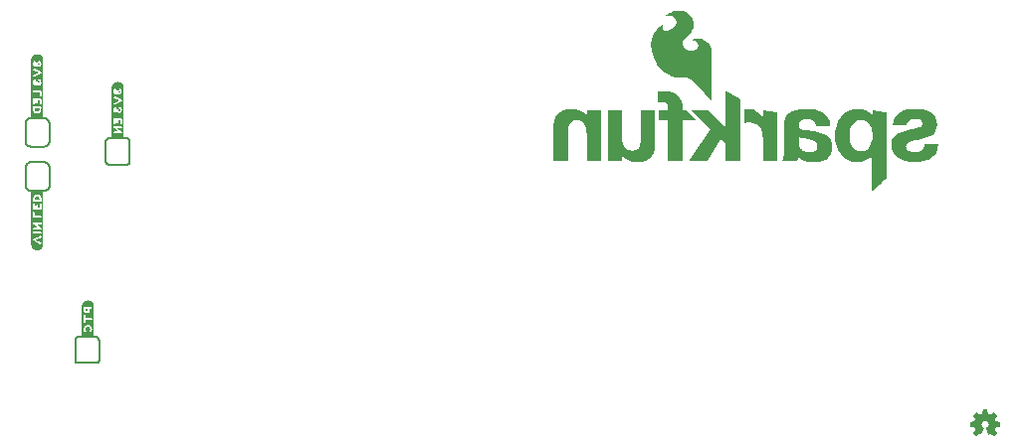
<source format=gbo>
G04 EAGLE Gerber RS-274X export*
G75*
%MOMM*%
%FSLAX34Y34*%
%LPD*%
%INSilkscreen Bottom*%
%IPPOS*%
%AMOC8*
5,1,8,0,0,1.08239X$1,22.5*%
G01*
%ADD10C,0.152400*%
%ADD11C,0.203200*%

G36*
X592585Y339152D02*
X592585Y339152D01*
X592611Y339153D01*
X592665Y339183D01*
X592723Y339205D01*
X592740Y339224D01*
X592763Y339236D01*
X592798Y339287D01*
X592840Y339332D01*
X592848Y339357D01*
X592863Y339378D01*
X592879Y339462D01*
X592890Y339498D01*
X592888Y339508D01*
X592890Y339520D01*
X592890Y380820D01*
X592884Y380845D01*
X592885Y380880D01*
X592485Y383380D01*
X592478Y383399D01*
X592476Y383424D01*
X591876Y385524D01*
X591860Y385553D01*
X591846Y385598D01*
X590946Y387298D01*
X590924Y387323D01*
X590900Y387366D01*
X589800Y388666D01*
X589783Y388678D01*
X589767Y388700D01*
X588567Y389800D01*
X588543Y389814D01*
X588516Y389840D01*
X587116Y390740D01*
X587098Y390746D01*
X587080Y390760D01*
X585680Y391460D01*
X585654Y391466D01*
X585623Y391483D01*
X584023Y391983D01*
X583995Y391985D01*
X583957Y391997D01*
X582357Y392197D01*
X582348Y392196D01*
X582337Y392199D01*
X580937Y392299D01*
X580912Y392295D01*
X580878Y392299D01*
X579678Y392199D01*
X579660Y392193D01*
X579635Y392193D01*
X578635Y391993D01*
X578628Y391989D01*
X578618Y391989D01*
X577827Y391791D01*
X577335Y391693D01*
X577301Y391677D01*
X577240Y391660D01*
X577069Y391575D01*
X577040Y391560D01*
X576975Y391506D01*
X576909Y391452D01*
X576908Y391450D01*
X576907Y391449D01*
X576873Y391373D01*
X576837Y391294D01*
X576837Y391292D01*
X576836Y391291D01*
X576840Y391206D01*
X576843Y391121D01*
X576844Y391119D01*
X576844Y391118D01*
X576885Y391042D01*
X576925Y390968D01*
X576926Y390967D01*
X576927Y390966D01*
X576937Y390959D01*
X577040Y390880D01*
X577240Y390780D01*
X577273Y390772D01*
X577318Y390751D01*
X577663Y390665D01*
X578114Y390394D01*
X578136Y390387D01*
X578160Y390371D01*
X578822Y390087D01*
X580163Y389129D01*
X580719Y388574D01*
X581167Y387945D01*
X581430Y387158D01*
X581430Y386276D01*
X581159Y385375D01*
X580602Y384446D01*
X579853Y383603D01*
X578817Y382850D01*
X577583Y382280D01*
X576063Y381900D01*
X573769Y381900D01*
X571669Y382568D01*
X569959Y383614D01*
X568749Y385010D01*
X568193Y386770D01*
X568287Y388740D01*
X569140Y390920D01*
X571088Y393160D01*
X573579Y395651D01*
X573590Y395670D01*
X573611Y395688D01*
X575611Y398288D01*
X575622Y398312D01*
X575645Y398340D01*
X577045Y400940D01*
X577054Y400975D01*
X577078Y401025D01*
X577778Y403725D01*
X577779Y403762D01*
X577790Y403820D01*
X577790Y406320D01*
X577781Y406358D01*
X577772Y406436D01*
X576972Y408936D01*
X576952Y408969D01*
X576920Y409040D01*
X575220Y411440D01*
X575193Y411464D01*
X575156Y411510D01*
X572556Y413710D01*
X572524Y413727D01*
X572480Y413760D01*
X569080Y415460D01*
X569044Y415469D01*
X568989Y415492D01*
X565689Y416192D01*
X565653Y416191D01*
X565597Y416200D01*
X562597Y416100D01*
X562565Y416091D01*
X562515Y416088D01*
X559815Y415388D01*
X559797Y415379D01*
X559771Y415374D01*
X557471Y414474D01*
X557453Y414461D01*
X557425Y414452D01*
X555625Y413452D01*
X555610Y413439D01*
X555586Y413428D01*
X554486Y412628D01*
X554485Y412626D01*
X554482Y412624D01*
X554082Y412324D01*
X554048Y412284D01*
X554008Y412251D01*
X553993Y412218D01*
X553971Y412191D01*
X553958Y412140D01*
X553937Y412092D01*
X553938Y412057D01*
X553930Y412023D01*
X553941Y411972D01*
X553943Y411919D01*
X553960Y411888D01*
X553968Y411854D01*
X554001Y411813D01*
X554026Y411767D01*
X554055Y411747D01*
X554077Y411719D01*
X554125Y411698D01*
X554168Y411667D01*
X554208Y411660D01*
X554235Y411647D01*
X554266Y411648D01*
X554310Y411640D01*
X554510Y411640D01*
X554536Y411646D01*
X554573Y411645D01*
X555162Y411743D01*
X556031Y411840D01*
X557079Y411840D01*
X558236Y411647D01*
X559468Y411362D01*
X560584Y410712D01*
X561648Y409745D01*
X562298Y409095D01*
X562658Y408374D01*
X562937Y407538D01*
X563027Y406720D01*
X562936Y405896D01*
X562655Y404961D01*
X562188Y404026D01*
X561419Y403065D01*
X560640Y402188D01*
X559664Y401310D01*
X558694Y400534D01*
X557535Y399858D01*
X556466Y399372D01*
X555410Y398988D01*
X554376Y398800D01*
X553577Y398800D01*
X552607Y399153D01*
X551917Y399757D01*
X551571Y400448D01*
X551386Y401282D01*
X551290Y402141D01*
X551290Y402882D01*
X551373Y403296D01*
X551450Y403450D01*
X551454Y403465D01*
X551463Y403478D01*
X551489Y403612D01*
X551490Y403619D01*
X551490Y403620D01*
X551490Y403720D01*
X551476Y403781D01*
X551470Y403844D01*
X551456Y403865D01*
X551451Y403889D01*
X551411Y403937D01*
X551377Y403990D01*
X551356Y404003D01*
X551341Y404022D01*
X551283Y404048D01*
X551230Y404081D01*
X551205Y404083D01*
X551182Y404093D01*
X551120Y404091D01*
X551057Y404097D01*
X551031Y404088D01*
X551009Y404087D01*
X550976Y404069D01*
X550920Y404049D01*
X548320Y402549D01*
X548291Y402523D01*
X548231Y402478D01*
X545831Y399878D01*
X545813Y399848D01*
X545804Y399837D01*
X545796Y399830D01*
X545793Y399824D01*
X545780Y399809D01*
X543780Y396309D01*
X543772Y396283D01*
X543754Y396253D01*
X542154Y391953D01*
X542149Y391920D01*
X542134Y391875D01*
X541434Y387075D01*
X541436Y387043D01*
X541430Y386999D01*
X541730Y381699D01*
X541740Y381667D01*
X541743Y381620D01*
X543243Y376120D01*
X543259Y376090D01*
X543274Y376043D01*
X546174Y370543D01*
X546194Y370519D01*
X546214Y370481D01*
X548314Y367881D01*
X548326Y367872D01*
X548335Y367857D01*
X550635Y365457D01*
X550651Y365447D01*
X550665Y365429D01*
X553165Y363329D01*
X553188Y363318D01*
X553213Y363295D01*
X556013Y361595D01*
X556032Y361589D01*
X556054Y361573D01*
X559154Y360173D01*
X559179Y360168D01*
X559210Y360153D01*
X562510Y359253D01*
X562535Y359252D01*
X562567Y359242D01*
X566067Y358842D01*
X566086Y358844D01*
X566110Y358840D01*
X570000Y358840D01*
X571858Y358742D01*
X573591Y358357D01*
X575119Y357688D01*
X576567Y356627D01*
X578041Y355251D01*
X579630Y353563D01*
X581327Y351666D01*
X581328Y351665D01*
X583228Y349565D01*
X583231Y349563D01*
X583234Y349559D01*
X585030Y347663D01*
X586727Y345766D01*
X588220Y344074D01*
X589515Y342480D01*
X589524Y342474D01*
X589531Y342462D01*
X590721Y341172D01*
X591506Y340191D01*
X592001Y339499D01*
X592021Y339481D01*
X592041Y339451D01*
X592241Y339251D01*
X592263Y339238D01*
X592279Y339218D01*
X592336Y339192D01*
X592388Y339160D01*
X592414Y339157D01*
X592438Y339147D01*
X592499Y339149D01*
X592561Y339143D01*
X592585Y339152D01*
G37*
G36*
X729636Y262750D02*
X729636Y262750D01*
X729711Y262753D01*
X729721Y262759D01*
X729733Y262760D01*
X729859Y262833D01*
X731359Y264133D01*
X731363Y264137D01*
X731369Y264141D01*
X732764Y265437D01*
X735759Y268033D01*
X735763Y268037D01*
X735769Y268041D01*
X737164Y269337D01*
X738659Y270633D01*
X738663Y270637D01*
X738669Y270641D01*
X740064Y271937D01*
X741559Y273233D01*
X741561Y273235D01*
X741563Y273236D01*
X741611Y273304D01*
X741661Y273373D01*
X741661Y273376D01*
X741663Y273378D01*
X741690Y273520D01*
X741690Y328820D01*
X741688Y328831D01*
X741690Y328842D01*
X741668Y328914D01*
X741651Y328989D01*
X741644Y328997D01*
X741641Y329008D01*
X741589Y329064D01*
X741541Y329122D01*
X741531Y329127D01*
X741523Y329135D01*
X741390Y329192D01*
X739990Y329492D01*
X739978Y329492D01*
X739964Y329496D01*
X738577Y329695D01*
X737190Y329992D01*
X737178Y329992D01*
X737164Y329996D01*
X735780Y330194D01*
X734496Y330491D01*
X734481Y330490D01*
X734464Y330496D01*
X733077Y330695D01*
X731690Y330992D01*
X731678Y330992D01*
X731664Y330996D01*
X730264Y331196D01*
X730187Y331190D01*
X730109Y331187D01*
X730101Y331182D01*
X730091Y331181D01*
X730025Y331141D01*
X729957Y331104D01*
X729952Y331096D01*
X729943Y331091D01*
X729908Y331036D01*
X729908Y331035D01*
X729907Y331034D01*
X729902Y331025D01*
X729857Y330962D01*
X729855Y330952D01*
X729851Y330945D01*
X729847Y330909D01*
X729844Y330893D01*
X729837Y330877D01*
X729837Y330859D01*
X729830Y330820D01*
X729830Y326499D01*
X729323Y327235D01*
X729311Y327247D01*
X729306Y327255D01*
X729301Y327258D01*
X729289Y327279D01*
X727989Y328679D01*
X727967Y328693D01*
X727945Y328719D01*
X726545Y329819D01*
X726522Y329830D01*
X726496Y329851D01*
X724896Y330751D01*
X724877Y330757D01*
X724855Y330772D01*
X723155Y331472D01*
X723137Y331474D01*
X723117Y331485D01*
X721417Y331985D01*
X721396Y331986D01*
X721369Y331996D01*
X719469Y332296D01*
X719452Y332294D01*
X719430Y332300D01*
X717530Y332400D01*
X717504Y332395D01*
X717470Y332398D01*
X712770Y331898D01*
X712736Y331886D01*
X712682Y331878D01*
X708782Y330478D01*
X708751Y330458D01*
X708699Y330436D01*
X705399Y328236D01*
X705376Y328212D01*
X705336Y328184D01*
X702636Y325384D01*
X702619Y325355D01*
X702601Y325336D01*
X702596Y325331D01*
X702595Y325329D01*
X702586Y325320D01*
X700486Y321920D01*
X700476Y321889D01*
X700452Y321848D01*
X699052Y317948D01*
X699050Y317926D01*
X699038Y317900D01*
X698138Y313700D01*
X698139Y313676D01*
X698131Y313646D01*
X697831Y309246D01*
X697834Y309223D01*
X697831Y309193D01*
X698131Y304993D01*
X698138Y304969D01*
X698139Y304937D01*
X699039Y300937D01*
X699042Y300929D01*
X699043Y300922D01*
X699050Y300909D01*
X699053Y300889D01*
X700453Y297089D01*
X700472Y297059D01*
X700492Y297011D01*
X702592Y293811D01*
X702612Y293793D01*
X702631Y293761D01*
X705231Y290961D01*
X705262Y290941D01*
X705301Y290902D01*
X708501Y288802D01*
X708534Y288790D01*
X708579Y288763D01*
X712379Y287363D01*
X712414Y287359D01*
X712466Y287342D01*
X716766Y286842D01*
X716799Y286846D01*
X716848Y286842D01*
X718848Y287042D01*
X718859Y287045D01*
X718873Y287045D01*
X720673Y287345D01*
X720689Y287352D01*
X720712Y287354D01*
X722512Y287854D01*
X722529Y287863D01*
X722555Y287868D01*
X724255Y288568D01*
X724275Y288583D01*
X724306Y288594D01*
X725806Y289494D01*
X725817Y289505D01*
X725835Y289513D01*
X727335Y290613D01*
X727351Y290632D01*
X727379Y290651D01*
X728679Y291951D01*
X728686Y291962D01*
X728699Y291973D01*
X729230Y292592D01*
X729230Y263120D01*
X729233Y263108D01*
X729231Y263096D01*
X729252Y263025D01*
X729269Y262951D01*
X729277Y262942D01*
X729280Y262930D01*
X729332Y262876D01*
X729379Y262818D01*
X729391Y262813D01*
X729399Y262804D01*
X729469Y262777D01*
X729538Y262747D01*
X729550Y262747D01*
X729561Y262743D01*
X729636Y262750D01*
G37*
G36*
X680421Y286742D02*
X680421Y286742D01*
X680435Y286741D01*
X683435Y286941D01*
X683449Y286945D01*
X683468Y286944D01*
X684768Y287144D01*
X684787Y287152D01*
X684814Y287154D01*
X686214Y287554D01*
X686221Y287558D01*
X686230Y287559D01*
X687430Y287959D01*
X687450Y287972D01*
X687480Y287980D01*
X688121Y288300D01*
X688680Y288580D01*
X688685Y288584D01*
X688692Y288586D01*
X689792Y289186D01*
X689801Y289194D01*
X689814Y289199D01*
X690914Y289899D01*
X690938Y289923D01*
X690979Y289951D01*
X691879Y290851D01*
X691884Y290860D01*
X691894Y290867D01*
X692694Y291767D01*
X692704Y291785D01*
X692722Y291802D01*
X693422Y292802D01*
X693431Y292825D01*
X693450Y292850D01*
X694050Y294050D01*
X694053Y294061D01*
X694061Y294074D01*
X694561Y295274D01*
X694566Y295303D01*
X694582Y295340D01*
X694882Y296740D01*
X694882Y296743D01*
X694883Y296745D01*
X695183Y298245D01*
X695182Y298277D01*
X695190Y298320D01*
X695190Y299820D01*
X695187Y299835D01*
X695189Y299854D01*
X694889Y303154D01*
X694880Y303181D01*
X694879Y303191D01*
X694876Y303197D01*
X694871Y303240D01*
X693971Y305940D01*
X693950Y305974D01*
X693919Y306041D01*
X692419Y308141D01*
X692393Y308164D01*
X692363Y308204D01*
X690563Y309804D01*
X690532Y309821D01*
X690492Y309854D01*
X688292Y311054D01*
X688270Y311060D01*
X688244Y311076D01*
X685844Y311976D01*
X685829Y311978D01*
X685813Y311986D01*
X683313Y312686D01*
X683292Y312687D01*
X683266Y312696D01*
X680567Y313096D01*
X677968Y313496D01*
X677961Y313495D01*
X677954Y313498D01*
X675354Y313798D01*
X672978Y314095D01*
X670918Y314585D01*
X669269Y315167D01*
X667977Y315906D01*
X667276Y316956D01*
X667090Y318444D01*
X667090Y319293D01*
X667183Y319941D01*
X667555Y321242D01*
X667907Y321682D01*
X667917Y321703D01*
X667936Y321724D01*
X668201Y322166D01*
X668628Y322507D01*
X669570Y323072D01*
X670698Y323448D01*
X672737Y323740D01*
X674986Y323740D01*
X675759Y323643D01*
X676431Y323547D01*
X677797Y323157D01*
X678364Y322968D01*
X678904Y322698D01*
X679839Y321949D01*
X680197Y321502D01*
X680484Y321024D01*
X680490Y321018D01*
X680494Y321009D01*
X680865Y320452D01*
X681047Y319907D01*
X681243Y319222D01*
X681436Y318450D01*
X681533Y317673D01*
X681542Y317647D01*
X681543Y317619D01*
X681572Y317567D01*
X681593Y317510D01*
X681613Y317491D01*
X681626Y317467D01*
X681675Y317433D01*
X681719Y317391D01*
X681745Y317383D01*
X681768Y317367D01*
X681848Y317352D01*
X681884Y317341D01*
X681896Y317343D01*
X681910Y317340D01*
X693510Y317340D01*
X693579Y317356D01*
X693649Y317366D01*
X693662Y317375D01*
X693679Y317379D01*
X693733Y317424D01*
X693791Y317464D01*
X693799Y317479D01*
X693812Y317489D01*
X693841Y317554D01*
X693876Y317615D01*
X693877Y317634D01*
X693883Y317648D01*
X693882Y317687D01*
X693888Y317760D01*
X693688Y319660D01*
X693682Y319678D01*
X693681Y319703D01*
X693281Y321503D01*
X693271Y321523D01*
X693266Y321554D01*
X692666Y323154D01*
X692654Y323172D01*
X692646Y323199D01*
X691846Y324699D01*
X691828Y324719D01*
X691811Y324752D01*
X690811Y326052D01*
X690795Y326066D01*
X690779Y326089D01*
X689679Y327189D01*
X689672Y327193D01*
X689667Y327200D01*
X688467Y328300D01*
X688440Y328315D01*
X688409Y328344D01*
X687109Y329144D01*
X687099Y329147D01*
X687089Y329156D01*
X685589Y329956D01*
X685571Y329960D01*
X685551Y329973D01*
X684051Y330573D01*
X684047Y330574D01*
X684044Y330576D01*
X682444Y331176D01*
X682422Y331179D01*
X682397Y331190D01*
X680697Y331590D01*
X680687Y331590D01*
X680676Y331594D01*
X678976Y331894D01*
X678966Y331894D01*
X678954Y331898D01*
X677254Y332098D01*
X677244Y332096D01*
X677231Y332100D01*
X673631Y332300D01*
X673622Y332298D01*
X673610Y332300D01*
X672010Y332300D01*
X671999Y332298D01*
X671986Y332300D01*
X670386Y332200D01*
X670377Y332197D01*
X670366Y332198D01*
X668666Y331998D01*
X668664Y331997D01*
X668663Y331997D01*
X667063Y331797D01*
X667053Y331794D01*
X667040Y331794D01*
X665440Y331494D01*
X665428Y331489D01*
X665412Y331487D01*
X663912Y331087D01*
X663903Y331082D01*
X663890Y331081D01*
X662390Y330581D01*
X662378Y330573D01*
X662360Y330570D01*
X660960Y329970D01*
X660948Y329961D01*
X660930Y329955D01*
X659630Y329255D01*
X659618Y329244D01*
X659599Y329236D01*
X658399Y328436D01*
X658378Y328414D01*
X658341Y328389D01*
X657341Y327389D01*
X657332Y327375D01*
X657316Y327361D01*
X656416Y326261D01*
X656402Y326233D01*
X656375Y326200D01*
X655675Y324900D01*
X655670Y324882D01*
X655657Y324861D01*
X655057Y323361D01*
X655052Y323331D01*
X655050Y323324D01*
X655046Y323316D01*
X655046Y323315D01*
X655036Y323290D01*
X654736Y321690D01*
X654737Y321668D01*
X654730Y321641D01*
X654630Y319841D01*
X654632Y319832D01*
X654630Y319820D01*
X654630Y297047D01*
X654534Y296374D01*
X654536Y296350D01*
X654530Y296320D01*
X654530Y294247D01*
X654334Y292877D01*
X654036Y291089D01*
X653844Y290129D01*
X653657Y289661D01*
X653653Y289632D01*
X653637Y289595D01*
X653547Y289144D01*
X653381Y288811D01*
X653194Y288531D01*
X653167Y288461D01*
X653137Y288392D01*
X653137Y288380D01*
X653133Y288369D01*
X653140Y288294D01*
X653143Y288219D01*
X653149Y288209D01*
X653150Y288196D01*
X653190Y288133D01*
X653226Y288067D01*
X653236Y288060D01*
X653243Y288050D01*
X653307Y288010D01*
X653368Y287967D01*
X653381Y287965D01*
X653390Y287959D01*
X653428Y287956D01*
X653510Y287940D01*
X665310Y287940D01*
X665359Y287951D01*
X665409Y287953D01*
X665442Y287971D01*
X665479Y287979D01*
X665518Y288011D01*
X665562Y288035D01*
X665588Y288070D01*
X665612Y288089D01*
X665625Y288117D01*
X665650Y288150D01*
X665750Y288350D01*
X665756Y288373D01*
X665771Y288400D01*
X665862Y288674D01*
X665950Y288850D01*
X665956Y288873D01*
X665971Y288900D01*
X666171Y289500D01*
X666174Y289537D01*
X666190Y289620D01*
X666190Y289758D01*
X666271Y290000D01*
X666274Y290037D01*
X666290Y290120D01*
X666290Y290258D01*
X666371Y290500D01*
X666374Y290537D01*
X666390Y290620D01*
X666390Y291058D01*
X666471Y291300D01*
X666474Y291337D01*
X666490Y291420D01*
X666490Y291502D01*
X666541Y291451D01*
X666561Y291439D01*
X666582Y291416D01*
X668182Y290216D01*
X668195Y290210D01*
X668208Y290198D01*
X669808Y289198D01*
X669817Y289195D01*
X669825Y289188D01*
X670725Y288688D01*
X670748Y288681D01*
X670766Y288669D01*
X670777Y288666D01*
X670790Y288659D01*
X671673Y288365D01*
X672556Y287973D01*
X672572Y287969D01*
X672590Y287959D01*
X673490Y287659D01*
X673507Y287658D01*
X673528Y287649D01*
X674428Y287449D01*
X674431Y287449D01*
X674435Y287447D01*
X676435Y287047D01*
X676450Y287048D01*
X676468Y287042D01*
X677368Y286942D01*
X677370Y286942D01*
X677372Y286942D01*
X679372Y286742D01*
X679389Y286744D01*
X679410Y286740D01*
X680410Y286740D01*
X680421Y286742D01*
G37*
G36*
X588843Y288048D02*
X588843Y288048D01*
X588877Y288046D01*
X588926Y288067D01*
X588979Y288079D01*
X589005Y288101D01*
X589036Y288114D01*
X589082Y288165D01*
X589112Y288189D01*
X589119Y288205D01*
X589134Y288221D01*
X600488Y306720D01*
X604530Y302857D01*
X604530Y288420D01*
X604541Y288370D01*
X604543Y288319D01*
X604561Y288287D01*
X604569Y288251D01*
X604602Y288212D01*
X604626Y288167D01*
X604656Y288146D01*
X604679Y288118D01*
X604726Y288097D01*
X604768Y288067D01*
X604810Y288059D01*
X604838Y288047D01*
X604868Y288048D01*
X604910Y288040D01*
X616610Y288040D01*
X616660Y288051D01*
X616711Y288053D01*
X616743Y288071D01*
X616779Y288079D01*
X616818Y288112D01*
X616863Y288136D01*
X616884Y288166D01*
X616912Y288189D01*
X616933Y288236D01*
X616963Y288278D01*
X616971Y288320D01*
X616983Y288348D01*
X616982Y288378D01*
X616990Y288420D01*
X616990Y340620D01*
X616980Y340662D01*
X616981Y340706D01*
X616961Y340745D01*
X616951Y340789D01*
X616923Y340822D01*
X616904Y340861D01*
X616863Y340895D01*
X616841Y340922D01*
X616818Y340933D01*
X616792Y340954D01*
X605092Y347354D01*
X605036Y347369D01*
X604982Y347393D01*
X604953Y347392D01*
X604926Y347400D01*
X604868Y347389D01*
X604809Y347387D01*
X604784Y347373D01*
X604755Y347367D01*
X604709Y347332D01*
X604657Y347304D01*
X604640Y347280D01*
X604617Y347263D01*
X604591Y347210D01*
X604557Y347162D01*
X604551Y347130D01*
X604540Y347108D01*
X604540Y347072D01*
X604530Y347020D01*
X604530Y316465D01*
X590484Y331083D01*
X590417Y331127D01*
X590352Y331173D01*
X590344Y331174D01*
X590339Y331178D01*
X590306Y331182D01*
X590210Y331200D01*
X576510Y331200D01*
X576483Y331194D01*
X576454Y331196D01*
X576399Y331174D01*
X576341Y331161D01*
X576320Y331143D01*
X576293Y331132D01*
X576254Y331088D01*
X576208Y331051D01*
X576196Y331025D01*
X576177Y331004D01*
X576161Y330947D01*
X576137Y330892D01*
X576138Y330864D01*
X576130Y330837D01*
X576141Y330779D01*
X576143Y330719D01*
X576157Y330695D01*
X576162Y330667D01*
X576208Y330601D01*
X576226Y330567D01*
X576236Y330560D01*
X576245Y330548D01*
X592019Y315168D01*
X574393Y288630D01*
X574367Y288560D01*
X574337Y288492D01*
X574337Y288480D01*
X574333Y288468D01*
X574340Y288394D01*
X574343Y288319D01*
X574349Y288308D01*
X574351Y288296D01*
X574390Y288233D01*
X574426Y288167D01*
X574436Y288160D01*
X574443Y288149D01*
X574507Y288110D01*
X574568Y288067D01*
X574581Y288065D01*
X574591Y288059D01*
X574629Y288055D01*
X574710Y288040D01*
X588810Y288040D01*
X588843Y288048D01*
G37*
G36*
X470460Y288051D02*
X470460Y288051D01*
X470511Y288053D01*
X470543Y288071D01*
X470579Y288079D01*
X470618Y288112D01*
X470663Y288136D01*
X470684Y288166D01*
X470712Y288189D01*
X470733Y288236D01*
X470763Y288278D01*
X470771Y288320D01*
X470783Y288348D01*
X470782Y288378D01*
X470790Y288420D01*
X470790Y312412D01*
X470889Y314785D01*
X471183Y316842D01*
X471668Y318588D01*
X472326Y319999D01*
X473347Y321020D01*
X474572Y321773D01*
X475991Y322246D01*
X477813Y322438D01*
X479944Y322244D01*
X481766Y321765D01*
X483271Y320918D01*
X484406Y319688D01*
X485359Y318164D01*
X485938Y316139D01*
X486332Y313578D01*
X486530Y310607D01*
X486530Y288420D01*
X486541Y288370D01*
X486543Y288319D01*
X486561Y288287D01*
X486569Y288251D01*
X486602Y288212D01*
X486626Y288167D01*
X486656Y288146D01*
X486679Y288118D01*
X486726Y288097D01*
X486768Y288067D01*
X486810Y288059D01*
X486838Y288047D01*
X486868Y288048D01*
X486910Y288040D01*
X498510Y288040D01*
X498560Y288051D01*
X498611Y288053D01*
X498643Y288071D01*
X498679Y288079D01*
X498718Y288112D01*
X498763Y288136D01*
X498784Y288166D01*
X498812Y288189D01*
X498833Y288236D01*
X498863Y288278D01*
X498871Y288320D01*
X498883Y288348D01*
X498882Y288378D01*
X498890Y288420D01*
X498890Y325520D01*
X498890Y325523D01*
X498890Y325527D01*
X498790Y330827D01*
X498779Y330873D01*
X498777Y330921D01*
X498757Y330956D01*
X498748Y330995D01*
X498717Y331031D01*
X498694Y331073D01*
X498661Y331096D01*
X498635Y331127D01*
X498591Y331145D01*
X498552Y331173D01*
X498506Y331182D01*
X498475Y331195D01*
X498447Y331193D01*
X498410Y331200D01*
X487310Y331200D01*
X487260Y331189D01*
X487209Y331187D01*
X487177Y331169D01*
X487141Y331161D01*
X487102Y331128D01*
X487057Y331104D01*
X487036Y331074D01*
X487008Y331051D01*
X486987Y331004D01*
X486957Y330962D01*
X486949Y330920D01*
X486937Y330892D01*
X486938Y330862D01*
X486930Y330820D01*
X486930Y325976D01*
X486321Y326839D01*
X486304Y326854D01*
X486288Y326879D01*
X484888Y328379D01*
X484868Y328393D01*
X484848Y328417D01*
X483348Y329617D01*
X483326Y329627D01*
X483303Y329648D01*
X481603Y330648D01*
X481580Y330655D01*
X481555Y330672D01*
X479855Y331372D01*
X479835Y331375D01*
X479812Y331386D01*
X478012Y331886D01*
X478003Y331887D01*
X477993Y331891D01*
X476193Y332291D01*
X476165Y332291D01*
X476130Y332300D01*
X474230Y332400D01*
X474206Y332395D01*
X474174Y332399D01*
X469974Y331999D01*
X469949Y331990D01*
X469913Y331988D01*
X466513Y331088D01*
X466480Y331070D01*
X466425Y331052D01*
X463725Y329552D01*
X463698Y329527D01*
X463648Y329495D01*
X461548Y327495D01*
X461527Y327463D01*
X461514Y327448D01*
X461500Y327436D01*
X461494Y327424D01*
X461475Y327400D01*
X460075Y324800D01*
X460068Y324775D01*
X460051Y324744D01*
X459051Y321844D01*
X459048Y321814D01*
X459034Y321775D01*
X458534Y318375D01*
X458535Y318359D01*
X458530Y318340D01*
X458330Y314540D01*
X458332Y314531D01*
X458330Y314520D01*
X458330Y288420D01*
X458341Y288370D01*
X458343Y288319D01*
X458361Y288287D01*
X458369Y288251D01*
X458402Y288212D01*
X458426Y288167D01*
X458456Y288146D01*
X458479Y288118D01*
X458526Y288097D01*
X458568Y288067D01*
X458610Y288059D01*
X458638Y288047D01*
X458668Y288048D01*
X458710Y288040D01*
X470410Y288040D01*
X470460Y288051D01*
G37*
G36*
X529014Y286845D02*
X529014Y286845D01*
X529046Y286841D01*
X533246Y287241D01*
X533271Y287250D01*
X533307Y287252D01*
X536707Y288152D01*
X536740Y288170D01*
X536795Y288188D01*
X539495Y289688D01*
X539522Y289713D01*
X539572Y289745D01*
X541672Y291745D01*
X541694Y291777D01*
X541739Y291830D01*
X543239Y294430D01*
X543250Y294464D01*
X543274Y294511D01*
X544174Y297511D01*
X544176Y297534D01*
X544186Y297563D01*
X544686Y300863D01*
X544685Y300880D01*
X544690Y300900D01*
X544890Y304700D01*
X544888Y304709D01*
X544890Y304720D01*
X544890Y330820D01*
X544879Y330870D01*
X544877Y330921D01*
X544859Y330953D01*
X544851Y330989D01*
X544818Y331028D01*
X544794Y331073D01*
X544764Y331094D01*
X544741Y331122D01*
X544694Y331143D01*
X544652Y331173D01*
X544610Y331181D01*
X544582Y331193D01*
X544552Y331192D01*
X544510Y331200D01*
X532910Y331200D01*
X532860Y331189D01*
X532809Y331187D01*
X532777Y331169D01*
X532741Y331161D01*
X532702Y331128D01*
X532657Y331104D01*
X532636Y331074D01*
X532608Y331051D01*
X532587Y331004D01*
X532557Y330962D01*
X532549Y330920D01*
X532537Y330892D01*
X532538Y330862D01*
X532530Y330820D01*
X532530Y306935D01*
X532332Y304462D01*
X532037Y302398D01*
X531552Y300652D01*
X530890Y299233D01*
X529965Y298216D01*
X528751Y297469D01*
X527233Y296994D01*
X525407Y296802D01*
X523276Y296996D01*
X521454Y297475D01*
X519949Y298322D01*
X518814Y299552D01*
X517861Y301076D01*
X517282Y303101D01*
X516889Y305656D01*
X516790Y308626D01*
X516790Y330820D01*
X516779Y330870D01*
X516777Y330921D01*
X516759Y330953D01*
X516751Y330989D01*
X516718Y331028D01*
X516694Y331073D01*
X516664Y331094D01*
X516641Y331122D01*
X516594Y331143D01*
X516552Y331173D01*
X516510Y331181D01*
X516482Y331193D01*
X516452Y331192D01*
X516410Y331200D01*
X504710Y331200D01*
X504660Y331189D01*
X504609Y331187D01*
X504577Y331169D01*
X504541Y331161D01*
X504502Y331128D01*
X504457Y331104D01*
X504436Y331074D01*
X504408Y331051D01*
X504387Y331004D01*
X504357Y330962D01*
X504349Y330920D01*
X504337Y330892D01*
X504338Y330862D01*
X504330Y330820D01*
X504330Y293720D01*
X504331Y293717D01*
X504330Y293713D01*
X504430Y288413D01*
X504442Y288367D01*
X504443Y288319D01*
X504463Y288284D01*
X504472Y288245D01*
X504503Y288209D01*
X504526Y288167D01*
X504559Y288144D01*
X504585Y288113D01*
X504629Y288095D01*
X504668Y288067D01*
X504714Y288058D01*
X504745Y288045D01*
X504773Y288047D01*
X504810Y288040D01*
X515910Y288040D01*
X515960Y288051D01*
X516011Y288053D01*
X516043Y288071D01*
X516079Y288079D01*
X516118Y288112D01*
X516163Y288136D01*
X516184Y288166D01*
X516212Y288189D01*
X516233Y288236D01*
X516263Y288278D01*
X516271Y288320D01*
X516283Y288348D01*
X516282Y288378D01*
X516290Y288420D01*
X516290Y293264D01*
X516899Y292401D01*
X516920Y292382D01*
X516941Y292351D01*
X518341Y290951D01*
X518352Y290945D01*
X518361Y290933D01*
X519861Y289633D01*
X519892Y289616D01*
X519932Y289584D01*
X521632Y288684D01*
X521640Y288682D01*
X521648Y288676D01*
X523348Y287876D01*
X523375Y287870D01*
X523408Y287854D01*
X525208Y287354D01*
X525217Y287353D01*
X525228Y287349D01*
X527028Y286949D01*
X527055Y286949D01*
X527090Y286940D01*
X528990Y286840D01*
X529014Y286845D01*
G37*
G36*
X769131Y287040D02*
X769131Y287040D01*
X769149Y287046D01*
X769174Y287045D01*
X772674Y287645D01*
X772693Y287653D01*
X772720Y287656D01*
X776020Y288656D01*
X776044Y288670D01*
X776080Y288680D01*
X776281Y288780D01*
X776281Y288781D01*
X777042Y289161D01*
X777802Y289541D01*
X778563Y289921D01*
X779080Y290180D01*
X779105Y290201D01*
X779148Y290223D01*
X781648Y292223D01*
X781670Y292252D01*
X781711Y292288D01*
X783711Y294888D01*
X783726Y294921D01*
X783758Y294968D01*
X785158Y298168D01*
X785165Y298206D01*
X785187Y298272D01*
X785687Y302172D01*
X785680Y302246D01*
X785677Y302321D01*
X785671Y302332D01*
X785669Y302344D01*
X785630Y302407D01*
X785594Y302473D01*
X785584Y302480D01*
X785577Y302491D01*
X785513Y302530D01*
X785452Y302573D01*
X785439Y302575D01*
X785429Y302581D01*
X785392Y302584D01*
X785310Y302600D01*
X774310Y302600D01*
X774281Y302593D01*
X774250Y302596D01*
X774197Y302574D01*
X774141Y302561D01*
X774118Y302542D01*
X774090Y302530D01*
X774052Y302487D01*
X774008Y302451D01*
X773995Y302423D01*
X773975Y302400D01*
X773953Y302328D01*
X773937Y302292D01*
X773937Y302279D01*
X773932Y302262D01*
X773738Y300518D01*
X773176Y299205D01*
X772322Y297972D01*
X771293Y297037D01*
X770593Y296687D01*
X769964Y296372D01*
X768504Y295885D01*
X766952Y295498D01*
X765313Y295401D01*
X764054Y295498D01*
X762800Y295691D01*
X761643Y296076D01*
X760487Y296558D01*
X759467Y297207D01*
X758737Y298121D01*
X758279Y299128D01*
X758094Y300418D01*
X758272Y301575D01*
X758891Y302459D01*
X759922Y303302D01*
X761366Y304072D01*
X763234Y304760D01*
X765411Y305453D01*
X767989Y306048D01*
X770985Y306647D01*
X770991Y306650D01*
X770999Y306650D01*
X773499Y307250D01*
X773510Y307256D01*
X773526Y307258D01*
X776026Y308058D01*
X776038Y308065D01*
X776054Y308068D01*
X778254Y308968D01*
X778267Y308977D01*
X778286Y308983D01*
X780386Y310083D01*
X780414Y310107D01*
X780462Y310135D01*
X782162Y311635D01*
X782180Y311660D01*
X782212Y311689D01*
X783512Y313389D01*
X783528Y313425D01*
X783565Y313485D01*
X784365Y315585D01*
X784370Y315621D01*
X784382Y315660D01*
X784385Y315666D01*
X784385Y315669D01*
X784388Y315676D01*
X784688Y318276D01*
X784684Y318311D01*
X784688Y318361D01*
X784288Y322061D01*
X784275Y322097D01*
X784263Y322161D01*
X783063Y325161D01*
X783041Y325192D01*
X783014Y325248D01*
X781214Y327648D01*
X781184Y327673D01*
X781138Y327724D01*
X778738Y329524D01*
X778708Y329537D01*
X778670Y329565D01*
X775870Y330865D01*
X775846Y330870D01*
X775816Y330885D01*
X772716Y331785D01*
X772690Y331787D01*
X772656Y331798D01*
X769356Y332198D01*
X769345Y332196D01*
X769332Y332200D01*
X765932Y332400D01*
X765913Y332396D01*
X765888Y332400D01*
X762488Y332200D01*
X762473Y332195D01*
X762453Y332196D01*
X759153Y331696D01*
X759131Y331687D01*
X759101Y331684D01*
X756101Y330784D01*
X756080Y330772D01*
X756050Y330765D01*
X753250Y329465D01*
X753222Y329443D01*
X753176Y329419D01*
X750876Y327619D01*
X750853Y327592D01*
X750812Y327556D01*
X748912Y325156D01*
X748896Y325123D01*
X748863Y325076D01*
X747563Y322176D01*
X747556Y322141D01*
X747537Y322093D01*
X746837Y318493D01*
X746837Y318492D01*
X746842Y318361D01*
X746843Y318319D01*
X746901Y318213D01*
X746926Y318167D01*
X746973Y318134D01*
X747068Y318067D01*
X747210Y318040D01*
X758310Y318040D01*
X758337Y318046D01*
X758364Y318044D01*
X758420Y318066D01*
X758479Y318079D01*
X758500Y318097D01*
X758526Y318107D01*
X758566Y318151D01*
X758612Y318189D01*
X758624Y318215D01*
X758642Y318235D01*
X758668Y318313D01*
X758683Y318348D01*
X758683Y318359D01*
X758687Y318373D01*
X758879Y319908D01*
X759438Y321025D01*
X760090Y321957D01*
X761011Y322694D01*
X762042Y323162D01*
X763389Y323547D01*
X764750Y323742D01*
X766223Y323840D01*
X767176Y323840D01*
X768242Y323646D01*
X768257Y323647D01*
X768276Y323641D01*
X769320Y323546D01*
X770246Y323176D01*
X771090Y322707D01*
X771797Y322089D01*
X772143Y321310D01*
X772323Y320229D01*
X772055Y318979D01*
X771340Y317996D01*
X770127Y317156D01*
X768483Y316479D01*
X766515Y315888D01*
X764231Y315392D01*
X761832Y314892D01*
X761826Y314889D01*
X761818Y314889D01*
X759419Y314289D01*
X756921Y313690D01*
X756910Y313684D01*
X756894Y313682D01*
X754394Y312882D01*
X754379Y312873D01*
X754358Y312869D01*
X752058Y311869D01*
X752041Y311856D01*
X752014Y311846D01*
X750014Y310646D01*
X749993Y310626D01*
X749958Y310605D01*
X748258Y309105D01*
X748239Y309077D01*
X748202Y309043D01*
X746902Y307243D01*
X746887Y307208D01*
X746856Y307159D01*
X745956Y304859D01*
X745951Y304821D01*
X745946Y304807D01*
X745936Y304784D01*
X745936Y304775D01*
X745932Y304762D01*
X745632Y302062D01*
X745636Y302026D01*
X745633Y301970D01*
X746133Y298170D01*
X746139Y298153D01*
X746140Y298147D01*
X746146Y298136D01*
X746154Y298087D01*
X747354Y294887D01*
X747375Y294854D01*
X747403Y294796D01*
X749303Y292196D01*
X749332Y292171D01*
X749372Y292123D01*
X751872Y290123D01*
X751905Y290108D01*
X751949Y290075D01*
X754949Y288675D01*
X754971Y288671D01*
X754997Y288657D01*
X758197Y287657D01*
X758219Y287655D01*
X758246Y287645D01*
X761746Y287045D01*
X761765Y287046D01*
X761789Y287040D01*
X765389Y286840D01*
X765407Y286844D01*
X765431Y286840D01*
X769131Y287040D01*
G37*
G36*
X567660Y288051D02*
X567660Y288051D01*
X567711Y288053D01*
X567743Y288071D01*
X567779Y288079D01*
X567818Y288112D01*
X567863Y288136D01*
X567884Y288166D01*
X567912Y288189D01*
X567933Y288236D01*
X567963Y288278D01*
X567971Y288320D01*
X567983Y288348D01*
X567982Y288378D01*
X567990Y288420D01*
X567990Y322640D01*
X579110Y322640D01*
X579135Y322646D01*
X579161Y322643D01*
X579219Y322665D01*
X579279Y322679D01*
X579299Y322696D01*
X579323Y322705D01*
X579365Y322750D01*
X579412Y322789D01*
X579423Y322813D01*
X579440Y322832D01*
X579458Y322891D01*
X579483Y322948D01*
X579482Y322973D01*
X579490Y322998D01*
X579479Y323059D01*
X579477Y323121D01*
X579464Y323143D01*
X579460Y323169D01*
X579412Y323240D01*
X579394Y323273D01*
X579392Y323274D01*
X579391Y323276D01*
X579385Y323280D01*
X579379Y323289D01*
X577379Y325289D01*
X577371Y325294D01*
X577364Y325303D01*
X576372Y326196D01*
X573379Y329189D01*
X573371Y329194D01*
X573364Y329203D01*
X572372Y330096D01*
X571379Y331089D01*
X571314Y331129D01*
X571252Y331173D01*
X571240Y331175D01*
X571232Y331180D01*
X571195Y331184D01*
X571110Y331200D01*
X567990Y331200D01*
X567990Y334120D01*
X567987Y334132D01*
X567989Y334148D01*
X567789Y336848D01*
X567780Y336878D01*
X567776Y336923D01*
X567701Y337193D01*
X567594Y337573D01*
X567488Y337953D01*
X567381Y338333D01*
X567381Y338334D01*
X567275Y338714D01*
X567168Y339094D01*
X567076Y339423D01*
X567062Y339449D01*
X567050Y339490D01*
X565950Y341690D01*
X565927Y341718D01*
X565901Y341765D01*
X564301Y343665D01*
X564275Y343684D01*
X564246Y343718D01*
X562346Y345218D01*
X562312Y345234D01*
X562263Y345268D01*
X559763Y346368D01*
X559735Y346373D01*
X559699Y346390D01*
X556799Y347090D01*
X556775Y347090D01*
X556744Y347099D01*
X553444Y347399D01*
X553429Y347397D01*
X553410Y347400D01*
X552610Y347400D01*
X552590Y347396D01*
X552563Y347397D01*
X551786Y347300D01*
X550310Y347300D01*
X550290Y347296D01*
X550263Y347297D01*
X548686Y347100D01*
X547210Y347100D01*
X547160Y347089D01*
X547109Y347087D01*
X547077Y347069D01*
X547041Y347061D01*
X547002Y347028D01*
X546957Y347004D01*
X546936Y346974D01*
X546908Y346951D01*
X546887Y346904D01*
X546857Y346862D01*
X546849Y346820D01*
X546837Y346792D01*
X546838Y346762D01*
X546830Y346720D01*
X546830Y338020D01*
X546848Y337940D01*
X546865Y337860D01*
X546868Y337856D01*
X546869Y337851D01*
X546922Y337788D01*
X546972Y337724D01*
X546976Y337722D01*
X546979Y337718D01*
X547054Y337684D01*
X547128Y337649D01*
X547133Y337649D01*
X547138Y337647D01*
X547165Y337648D01*
X547273Y337645D01*
X547841Y337740D01*
X548810Y337740D01*
X548836Y337746D01*
X548873Y337745D01*
X549441Y337840D01*
X551493Y337840D01*
X552551Y337744D01*
X553402Y337555D01*
X554116Y337287D01*
X554629Y336859D01*
X555072Y336240D01*
X555343Y335515D01*
X555530Y334582D01*
X555530Y331200D01*
X547910Y331200D01*
X547860Y331189D01*
X547809Y331187D01*
X547777Y331169D01*
X547741Y331161D01*
X547702Y331128D01*
X547657Y331104D01*
X547636Y331074D01*
X547608Y331051D01*
X547587Y331004D01*
X547557Y330962D01*
X547549Y330920D01*
X547537Y330892D01*
X547538Y330862D01*
X547530Y330820D01*
X547530Y323020D01*
X547541Y322970D01*
X547543Y322919D01*
X547561Y322887D01*
X547569Y322851D01*
X547602Y322812D01*
X547626Y322767D01*
X547656Y322746D01*
X547679Y322718D01*
X547726Y322697D01*
X547768Y322667D01*
X547810Y322659D01*
X547838Y322647D01*
X547868Y322648D01*
X547910Y322640D01*
X555530Y322640D01*
X555530Y288420D01*
X555541Y288370D01*
X555543Y288319D01*
X555561Y288287D01*
X555569Y288251D01*
X555602Y288212D01*
X555626Y288167D01*
X555656Y288146D01*
X555679Y288118D01*
X555726Y288097D01*
X555768Y288067D01*
X555810Y288059D01*
X555838Y288047D01*
X555868Y288048D01*
X555910Y288040D01*
X567610Y288040D01*
X567660Y288051D01*
G37*
G36*
X648560Y288051D02*
X648560Y288051D01*
X648611Y288053D01*
X648643Y288071D01*
X648679Y288079D01*
X648718Y288112D01*
X648763Y288136D01*
X648784Y288166D01*
X648812Y288189D01*
X648833Y288236D01*
X648863Y288278D01*
X648871Y288320D01*
X648883Y288348D01*
X648882Y288378D01*
X648890Y288420D01*
X648890Y323820D01*
X648889Y323823D01*
X648890Y323828D01*
X648790Y328828D01*
X648788Y328835D01*
X648790Y328842D01*
X648767Y328918D01*
X648747Y328996D01*
X648743Y329001D01*
X648741Y329008D01*
X648687Y329066D01*
X648634Y329127D01*
X648628Y329130D01*
X648623Y329135D01*
X648490Y329192D01*
X647090Y329492D01*
X647078Y329492D01*
X647064Y329496D01*
X645677Y329695D01*
X644290Y329992D01*
X644280Y329992D01*
X644268Y329996D01*
X642979Y330194D01*
X641590Y330492D01*
X641578Y330492D01*
X641564Y330496D01*
X640177Y330695D01*
X638790Y330992D01*
X638778Y330992D01*
X638764Y330996D01*
X637364Y331196D01*
X637287Y331190D01*
X637209Y331187D01*
X637201Y331182D01*
X637191Y331181D01*
X637125Y331141D01*
X637057Y331104D01*
X637052Y331096D01*
X637043Y331091D01*
X637002Y331025D01*
X636957Y330962D01*
X636955Y330952D01*
X636951Y330945D01*
X636947Y330909D01*
X636930Y330820D01*
X636930Y324459D01*
X636647Y324997D01*
X636631Y325015D01*
X636618Y325043D01*
X635318Y326843D01*
X635299Y326860D01*
X635279Y326889D01*
X633779Y328389D01*
X633760Y328401D01*
X633741Y328422D01*
X632041Y329722D01*
X632025Y329729D01*
X632008Y329744D01*
X630208Y330844D01*
X630182Y330853D01*
X630151Y330873D01*
X628151Y331673D01*
X628127Y331677D01*
X628098Y331690D01*
X625998Y332190D01*
X625968Y332190D01*
X625927Y332200D01*
X623727Y332300D01*
X623720Y332298D01*
X623710Y332300D01*
X622410Y332300D01*
X622373Y332292D01*
X622290Y332281D01*
X621090Y331881D01*
X621024Y331841D01*
X620957Y331804D01*
X620951Y331795D01*
X620942Y331790D01*
X620901Y331725D01*
X620857Y331662D01*
X620855Y331651D01*
X620850Y331643D01*
X620847Y331607D01*
X620830Y331520D01*
X620830Y320720D01*
X620832Y320710D01*
X620830Y320700D01*
X620843Y320657D01*
X620843Y320641D01*
X620852Y320624D01*
X620869Y320551D01*
X620876Y320543D01*
X620879Y320533D01*
X620930Y320477D01*
X620979Y320418D01*
X620989Y320413D01*
X620996Y320406D01*
X621067Y320378D01*
X621138Y320347D01*
X621148Y320347D01*
X621158Y320343D01*
X621302Y320351D01*
X621693Y320449D01*
X622648Y320640D01*
X623110Y320640D01*
X623136Y320646D01*
X623173Y320645D01*
X623741Y320740D01*
X625391Y320740D01*
X628232Y320446D01*
X630652Y319671D01*
X632564Y318524D01*
X634002Y316894D01*
X635164Y314958D01*
X635939Y312728D01*
X636331Y310184D01*
X636430Y307513D01*
X636430Y288420D01*
X636441Y288370D01*
X636443Y288319D01*
X636461Y288287D01*
X636469Y288251D01*
X636502Y288212D01*
X636526Y288167D01*
X636556Y288146D01*
X636579Y288118D01*
X636626Y288097D01*
X636668Y288067D01*
X636710Y288059D01*
X636738Y288047D01*
X636768Y288048D01*
X636810Y288040D01*
X648510Y288040D01*
X648560Y288051D01*
G37*
G36*
X24197Y324607D02*
X24197Y324607D01*
X24192Y324614D01*
X24199Y324620D01*
X24199Y373920D01*
X24195Y373926D01*
X24198Y373930D01*
X24099Y374425D01*
X24099Y374920D01*
X24091Y374931D01*
X24096Y374938D01*
X23897Y375434D01*
X23798Y375930D01*
X23789Y375938D01*
X23792Y375945D01*
X23493Y376443D01*
X23294Y376842D01*
X23284Y376847D01*
X23285Y376855D01*
X22887Y377252D01*
X22589Y377650D01*
X22580Y377652D01*
X22580Y377659D01*
X21780Y378259D01*
X21770Y378259D01*
X21768Y378266D01*
X21270Y378465D01*
X20872Y378664D01*
X20869Y378663D01*
X20868Y378666D01*
X20368Y378866D01*
X20362Y378864D01*
X20360Y378868D01*
X19860Y378968D01*
X19853Y378965D01*
X19850Y378969D01*
X18350Y378969D01*
X18344Y378965D01*
X18340Y378968D01*
X17340Y378768D01*
X17336Y378763D01*
X17332Y378766D01*
X16832Y378566D01*
X16827Y378558D01*
X16820Y378559D01*
X15620Y377659D01*
X15619Y377654D01*
X15615Y377655D01*
X15215Y377255D01*
X15214Y377250D01*
X15211Y377250D01*
X14611Y376450D01*
X14611Y376443D01*
X14606Y376442D01*
X14406Y376042D01*
X14407Y376039D01*
X14404Y376038D01*
X14004Y375038D01*
X14008Y375025D01*
X14001Y375020D01*
X14001Y374525D01*
X13902Y374030D01*
X13905Y374023D01*
X13901Y374020D01*
X13901Y325120D01*
X13905Y325114D01*
X13902Y325110D01*
X14002Y324610D01*
X14046Y324571D01*
X14048Y324573D01*
X14050Y324571D01*
X24150Y324571D01*
X24197Y324607D01*
G37*
G36*
X19456Y211715D02*
X19456Y211715D01*
X19460Y211712D01*
X20460Y211912D01*
X20464Y211917D01*
X20468Y211914D01*
X20968Y212114D01*
X20970Y212117D01*
X20972Y212116D01*
X21370Y212315D01*
X21868Y212514D01*
X21873Y212522D01*
X21880Y212521D01*
X22680Y213121D01*
X22682Y213130D01*
X22689Y213130D01*
X23289Y213930D01*
X23289Y213934D01*
X23292Y213935D01*
X23592Y214435D01*
X23592Y214438D01*
X23594Y214438D01*
X23794Y214838D01*
X23793Y214841D01*
X23796Y214842D01*
X23996Y215342D01*
X23994Y215348D01*
X23998Y215350D01*
X24198Y216350D01*
X24195Y216357D01*
X24199Y216360D01*
X24199Y263060D01*
X24174Y263093D01*
X24172Y263104D01*
X23772Y263304D01*
X23756Y263301D01*
X23750Y263309D01*
X14150Y263309D01*
X14117Y263284D01*
X14106Y263282D01*
X13906Y262882D01*
X13909Y262866D01*
X13901Y262860D01*
X13901Y216660D01*
X13904Y216655D01*
X13901Y216652D01*
X14001Y216052D01*
X14004Y216050D01*
X14002Y216048D01*
X14102Y215649D01*
X14202Y215150D01*
X14207Y215146D01*
X14204Y215142D01*
X14404Y214642D01*
X14409Y214639D01*
X14408Y214635D01*
X14707Y214137D01*
X14906Y213738D01*
X14916Y213733D01*
X14915Y213725D01*
X15615Y213025D01*
X15620Y213024D01*
X15620Y213021D01*
X16420Y212421D01*
X16430Y212421D01*
X16432Y212414D01*
X17932Y211814D01*
X17938Y211816D01*
X17940Y211812D01*
X18440Y211712D01*
X18447Y211715D01*
X18450Y211711D01*
X19450Y211711D01*
X19456Y211715D01*
G37*
G36*
X92777Y307587D02*
X92777Y307587D01*
X92772Y307594D01*
X92779Y307600D01*
X92779Y350800D01*
X92775Y350806D01*
X92778Y350810D01*
X92578Y351810D01*
X92573Y351814D01*
X92576Y351818D01*
X92376Y352318D01*
X92373Y352320D01*
X92374Y352322D01*
X92174Y352722D01*
X92168Y352725D01*
X92169Y352730D01*
X91269Y353930D01*
X91264Y353931D01*
X91265Y353935D01*
X90865Y354335D01*
X90860Y354336D01*
X90860Y354339D01*
X90460Y354639D01*
X90450Y354639D01*
X90448Y354646D01*
X89950Y354845D01*
X89552Y355044D01*
X89549Y355043D01*
X89548Y355046D01*
X89048Y355246D01*
X89042Y355244D01*
X89040Y355248D01*
X88040Y355448D01*
X88033Y355445D01*
X88030Y355449D01*
X87530Y355449D01*
X87524Y355445D01*
X87520Y355448D01*
X86020Y355148D01*
X86016Y355143D01*
X86012Y355146D01*
X85012Y354746D01*
X85007Y354738D01*
X85000Y354739D01*
X84200Y354139D01*
X84198Y354130D01*
X84191Y354130D01*
X83893Y353732D01*
X83495Y353335D01*
X83494Y353323D01*
X83486Y353322D01*
X83288Y352926D01*
X82991Y352530D01*
X82991Y352520D01*
X82984Y352518D01*
X82784Y352018D01*
X82786Y352012D01*
X82782Y352010D01*
X82482Y350510D01*
X82485Y350503D01*
X82481Y350500D01*
X82481Y307600D01*
X82517Y307553D01*
X82524Y307558D01*
X82530Y307551D01*
X92730Y307551D01*
X92777Y307587D01*
G37*
%LPC*%
G36*
X717408Y296692D02*
X717408Y296692D01*
X715398Y297553D01*
X713678Y298795D01*
X712434Y300422D01*
X711464Y302361D01*
X710781Y304607D01*
X710389Y306959D01*
X710291Y309520D01*
X710389Y311982D01*
X710781Y314434D01*
X711463Y316675D01*
X712532Y318715D01*
X713782Y320350D01*
X715502Y321688D01*
X717606Y322549D01*
X720012Y322837D01*
X722612Y322548D01*
X724622Y321687D01*
X726343Y320444D01*
X727684Y318719D01*
X728651Y316689D01*
X729237Y314442D01*
X729631Y311982D01*
X729729Y309520D01*
X729631Y306959D01*
X729239Y304607D01*
X728556Y302361D01*
X727589Y300429D01*
X726248Y298800D01*
X724522Y297553D01*
X722511Y296691D01*
X720009Y296403D01*
X717408Y296692D01*
G37*
%LPD*%
G36*
X833186Y53208D02*
X833186Y53208D01*
X833252Y53213D01*
X833270Y53224D01*
X833291Y53229D01*
X833376Y53289D01*
X833400Y53303D01*
X833403Y53308D01*
X833408Y53312D01*
X835608Y55612D01*
X835616Y55625D01*
X835629Y55635D01*
X835660Y55699D01*
X835696Y55761D01*
X835697Y55777D01*
X835704Y55791D01*
X835703Y55862D01*
X835709Y55933D01*
X835703Y55948D01*
X835702Y55964D01*
X835645Y56089D01*
X835643Y56093D01*
X835643Y56094D01*
X833775Y58709D01*
X833777Y58720D01*
X833786Y58733D01*
X833797Y58791D01*
X833806Y58812D01*
X833806Y58834D01*
X833812Y58867D01*
X833813Y58872D01*
X833813Y58873D01*
X833813Y58874D01*
X833813Y58884D01*
X833846Y58949D01*
X833902Y59006D01*
X833913Y59024D01*
X833925Y59033D01*
X833933Y59051D01*
X833973Y59104D01*
X834046Y59249D01*
X834102Y59306D01*
X834142Y59370D01*
X834186Y59433D01*
X834188Y59445D01*
X834193Y59453D01*
X834197Y59488D01*
X834213Y59574D01*
X834213Y59623D01*
X834242Y59670D01*
X834286Y59733D01*
X834288Y59745D01*
X834293Y59753D01*
X834297Y59788D01*
X834313Y59874D01*
X834313Y59984D01*
X834346Y60049D01*
X834402Y60106D01*
X834442Y60170D01*
X834486Y60233D01*
X834488Y60245D01*
X834493Y60253D01*
X834497Y60288D01*
X834503Y60321D01*
X834506Y60329D01*
X834506Y60337D01*
X834513Y60374D01*
X834513Y60423D01*
X834542Y60470D01*
X834586Y60533D01*
X834588Y60545D01*
X834593Y60553D01*
X834597Y60588D01*
X834613Y60674D01*
X834613Y60784D01*
X834642Y60842D01*
X837898Y61400D01*
X837916Y61407D01*
X837935Y61408D01*
X837995Y61441D01*
X838057Y61467D01*
X838070Y61482D01*
X838087Y61491D01*
X838126Y61547D01*
X838170Y61598D01*
X838175Y61617D01*
X838186Y61633D01*
X838208Y61744D01*
X838213Y61766D01*
X838212Y61770D01*
X838213Y61774D01*
X838213Y64974D01*
X838209Y64993D01*
X838211Y65012D01*
X838200Y65046D01*
X838199Y65052D01*
X838194Y65063D01*
X838189Y65076D01*
X838174Y65142D01*
X838161Y65157D01*
X838155Y65175D01*
X838107Y65223D01*
X838064Y65276D01*
X838046Y65283D01*
X838032Y65297D01*
X837926Y65337D01*
X837906Y65346D01*
X837902Y65346D01*
X837898Y65348D01*
X834686Y65898D01*
X834675Y65937D01*
X834674Y65942D01*
X834673Y65943D01*
X834613Y66063D01*
X834613Y66074D01*
X834610Y66089D01*
X834612Y66105D01*
X834592Y66175D01*
X834592Y66190D01*
X834584Y66204D01*
X834575Y66237D01*
X834574Y66242D01*
X834573Y66243D01*
X834513Y66363D01*
X834513Y66374D01*
X834510Y66389D01*
X834512Y66405D01*
X834475Y66537D01*
X834474Y66542D01*
X834473Y66543D01*
X834313Y66863D01*
X834313Y66874D01*
X834310Y66889D01*
X834312Y66905D01*
X834275Y67037D01*
X834274Y67042D01*
X834273Y67043D01*
X834173Y67243D01*
X834150Y67271D01*
X834113Y67325D01*
X834113Y67374D01*
X834096Y67448D01*
X834082Y67523D01*
X834076Y67533D01*
X834074Y67542D01*
X834051Y67570D01*
X834002Y67642D01*
X833946Y67698D01*
X833873Y67843D01*
X833850Y67871D01*
X833813Y67925D01*
X833813Y67974D01*
X833796Y68048D01*
X833792Y68070D01*
X835646Y70758D01*
X835652Y70774D01*
X835664Y70787D01*
X835684Y70854D01*
X835709Y70919D01*
X835708Y70937D01*
X835713Y70953D01*
X835700Y71022D01*
X835694Y71092D01*
X835685Y71106D01*
X835682Y71123D01*
X835611Y71229D01*
X835604Y71240D01*
X835603Y71240D01*
X835602Y71242D01*
X833402Y73442D01*
X833388Y73451D01*
X833377Y73465D01*
X833315Y73496D01*
X833255Y73533D01*
X833238Y73535D01*
X833223Y73542D01*
X833153Y73543D01*
X833083Y73549D01*
X833067Y73543D01*
X833050Y73543D01*
X832932Y73492D01*
X832921Y73488D01*
X832920Y73487D01*
X832919Y73486D01*
X830220Y71624D01*
X830202Y71642D01*
X830137Y71682D01*
X830075Y71726D01*
X830063Y71728D01*
X830055Y71733D01*
X830020Y71736D01*
X829934Y71753D01*
X829884Y71753D01*
X829872Y71761D01*
X829804Y71813D01*
X829659Y71885D01*
X829602Y71942D01*
X829537Y71982D01*
X829475Y72026D01*
X829463Y72028D01*
X829455Y72033D01*
X829420Y72036D01*
X829334Y72053D01*
X829284Y72053D01*
X829272Y72061D01*
X829204Y72113D01*
X829004Y72213D01*
X828988Y72217D01*
X828975Y72226D01*
X828841Y72252D01*
X828835Y72253D01*
X828834Y72253D01*
X828824Y72253D01*
X828704Y72313D01*
X828688Y72317D01*
X828675Y72326D01*
X828541Y72352D01*
X828535Y72353D01*
X828534Y72353D01*
X828484Y72353D01*
X828437Y72382D01*
X828375Y72426D01*
X828363Y72428D01*
X828355Y72433D01*
X828320Y72436D01*
X828234Y72453D01*
X828124Y72453D01*
X828066Y72482D01*
X827508Y75738D01*
X827500Y75756D01*
X827499Y75775D01*
X827467Y75834D01*
X827440Y75897D01*
X827426Y75910D01*
X827416Y75927D01*
X827361Y75966D01*
X827309Y76010D01*
X827290Y76015D01*
X827275Y76026D01*
X827164Y76047D01*
X827142Y76053D01*
X827138Y76052D01*
X827134Y76053D01*
X823934Y76053D01*
X823915Y76049D01*
X823896Y76051D01*
X823832Y76029D01*
X823766Y76013D01*
X823751Y76001D01*
X823732Y75995D01*
X823685Y75947D01*
X823632Y75903D01*
X823624Y75886D01*
X823611Y75872D01*
X823571Y75766D01*
X823562Y75745D01*
X823562Y75742D01*
X823560Y75738D01*
X823010Y72526D01*
X822971Y72515D01*
X822966Y72513D01*
X822965Y72513D01*
X822964Y72513D01*
X822844Y72453D01*
X822834Y72453D01*
X822818Y72449D01*
X822802Y72452D01*
X822671Y72415D01*
X822666Y72413D01*
X822665Y72413D01*
X822664Y72413D01*
X822544Y72353D01*
X822534Y72353D01*
X822518Y72349D01*
X822502Y72352D01*
X822371Y72315D01*
X822366Y72313D01*
X822365Y72313D01*
X822364Y72313D01*
X822244Y72253D01*
X822134Y72253D01*
X822060Y72236D01*
X821984Y72222D01*
X821975Y72216D01*
X821966Y72213D01*
X821938Y72191D01*
X821866Y72142D01*
X821809Y72085D01*
X821744Y72053D01*
X821734Y72053D01*
X821718Y72049D01*
X821702Y72052D01*
X821571Y72015D01*
X821566Y72013D01*
X821565Y72013D01*
X821564Y72013D01*
X821364Y71913D01*
X821337Y71890D01*
X821266Y71842D01*
X821209Y71785D01*
X821144Y71753D01*
X821134Y71753D01*
X821118Y71749D01*
X821102Y71752D01*
X820971Y71715D01*
X820966Y71713D01*
X820965Y71713D01*
X820964Y71713D01*
X820823Y71642D01*
X818149Y73486D01*
X818137Y73491D01*
X818128Y73500D01*
X818057Y73522D01*
X817988Y73549D01*
X817975Y73548D01*
X817963Y73552D01*
X817890Y73540D01*
X817816Y73534D01*
X817805Y73527D01*
X817792Y73525D01*
X817672Y73448D01*
X815372Y71248D01*
X815358Y71226D01*
X815338Y71210D01*
X815311Y71154D01*
X815277Y71103D01*
X815274Y71077D01*
X815263Y71054D01*
X815264Y70992D01*
X815257Y70931D01*
X815266Y70907D01*
X815266Y70881D01*
X815304Y70801D01*
X815315Y70768D01*
X815322Y70762D01*
X815327Y70751D01*
X817262Y68078D01*
X817222Y67998D01*
X817166Y67942D01*
X817126Y67877D01*
X817082Y67814D01*
X817080Y67803D01*
X817075Y67795D01*
X817071Y67760D01*
X817055Y67674D01*
X817055Y67624D01*
X817047Y67611D01*
X816995Y67543D01*
X816922Y67398D01*
X816866Y67342D01*
X816826Y67277D01*
X816782Y67214D01*
X816780Y67203D01*
X816775Y67195D01*
X816771Y67160D01*
X816755Y67074D01*
X816755Y67024D01*
X816726Y66977D01*
X816682Y66914D01*
X816680Y66903D01*
X816675Y66895D01*
X816671Y66860D01*
X816655Y66774D01*
X816655Y66663D01*
X816622Y66598D01*
X816566Y66542D01*
X816526Y66477D01*
X816482Y66414D01*
X816480Y66403D01*
X816475Y66395D01*
X816471Y66360D01*
X816455Y66274D01*
X816455Y66224D01*
X816426Y66177D01*
X816382Y66114D01*
X816380Y66103D01*
X816375Y66095D01*
X816371Y66060D01*
X816355Y65974D01*
X816355Y65895D01*
X813072Y65348D01*
X813053Y65340D01*
X813033Y65339D01*
X812974Y65307D01*
X812912Y65281D01*
X812899Y65266D01*
X812881Y65256D01*
X812843Y65201D01*
X812799Y65151D01*
X812793Y65131D01*
X812782Y65114D01*
X812766Y65033D01*
X812762Y65023D01*
X812762Y65011D01*
X812761Y65008D01*
X812755Y64983D01*
X812756Y64979D01*
X812755Y64974D01*
X812755Y61774D01*
X812759Y61755D01*
X812757Y61736D01*
X812779Y61671D01*
X812794Y61605D01*
X812807Y61590D01*
X812813Y61572D01*
X812861Y61524D01*
X812904Y61472D01*
X812922Y61464D01*
X812936Y61450D01*
X813042Y61410D01*
X813062Y61401D01*
X813066Y61401D01*
X813070Y61400D01*
X816358Y60836D01*
X816393Y60711D01*
X816394Y60705D01*
X816395Y60705D01*
X816395Y60704D01*
X816455Y60584D01*
X816455Y60574D01*
X816458Y60558D01*
X816456Y60542D01*
X816493Y60411D01*
X816494Y60405D01*
X816495Y60405D01*
X816495Y60404D01*
X816555Y60284D01*
X816555Y60274D01*
X816558Y60258D01*
X816556Y60242D01*
X816593Y60111D01*
X816594Y60105D01*
X816595Y60105D01*
X816595Y60104D01*
X816755Y59784D01*
X816755Y59774D01*
X816758Y59758D01*
X816756Y59742D01*
X816793Y59611D01*
X816794Y59605D01*
X816795Y59605D01*
X816795Y59604D01*
X816895Y59404D01*
X816918Y59376D01*
X816966Y59306D01*
X817022Y59249D01*
X817055Y59184D01*
X817055Y59174D01*
X817058Y59158D01*
X817056Y59142D01*
X817093Y59011D01*
X817094Y59005D01*
X817095Y59005D01*
X817095Y59004D01*
X817195Y58804D01*
X817218Y58776D01*
X817266Y58706D01*
X817276Y58695D01*
X815331Y56101D01*
X815321Y56079D01*
X815304Y56060D01*
X815286Y56000D01*
X815261Y55943D01*
X815262Y55918D01*
X815255Y55894D01*
X815266Y55833D01*
X815269Y55770D01*
X815281Y55748D01*
X815286Y55724D01*
X815337Y55649D01*
X815353Y55619D01*
X815360Y55614D01*
X815366Y55606D01*
X817666Y53306D01*
X817680Y53297D01*
X817691Y53283D01*
X817753Y53251D01*
X817813Y53214D01*
X817830Y53213D01*
X817845Y53205D01*
X817916Y53205D01*
X817985Y53198D01*
X818001Y53204D01*
X818018Y53204D01*
X818136Y53256D01*
X818147Y53260D01*
X818148Y53261D01*
X818149Y53261D01*
X820848Y55123D01*
X820866Y55106D01*
X820931Y55065D01*
X820993Y55021D01*
X821005Y55019D01*
X821013Y55014D01*
X821048Y55011D01*
X821063Y55008D01*
X821066Y55006D01*
X821131Y54965D01*
X821193Y54921D01*
X821205Y54919D01*
X821213Y54914D01*
X821248Y54911D01*
X821334Y54894D01*
X821384Y54894D01*
X821431Y54865D01*
X821493Y54821D01*
X821505Y54819D01*
X821513Y54814D01*
X821548Y54811D01*
X821563Y54808D01*
X821566Y54806D01*
X821631Y54765D01*
X821693Y54721D01*
X821705Y54719D01*
X821713Y54714D01*
X821748Y54711D01*
X821763Y54708D01*
X821766Y54706D01*
X821831Y54665D01*
X821893Y54621D01*
X821905Y54619D01*
X821913Y54614D01*
X821948Y54611D01*
X821977Y54605D01*
X822004Y54572D01*
X822023Y54564D01*
X822038Y54549D01*
X822101Y54529D01*
X822162Y54501D01*
X822183Y54502D01*
X822202Y54496D01*
X822268Y54506D01*
X822335Y54508D01*
X822353Y54518D01*
X822373Y54521D01*
X822428Y54559D01*
X822487Y54591D01*
X822499Y54608D01*
X822515Y54620D01*
X822572Y54712D01*
X822586Y54733D01*
X822587Y54738D01*
X822590Y54742D01*
X824590Y60142D01*
X824594Y60173D01*
X824606Y60201D01*
X824604Y60257D01*
X824611Y60314D01*
X824601Y60343D01*
X824600Y60374D01*
X824573Y60424D01*
X824554Y60477D01*
X824532Y60499D01*
X824517Y60526D01*
X824457Y60572D01*
X824430Y60598D01*
X824417Y60602D01*
X824404Y60613D01*
X823859Y60885D01*
X823702Y61042D01*
X823672Y61061D01*
X823604Y61113D01*
X823459Y61185D01*
X823146Y61498D01*
X823073Y61643D01*
X823050Y61671D01*
X823002Y61742D01*
X822846Y61898D01*
X822785Y62019D01*
X822694Y62294D01*
X822682Y62313D01*
X822673Y62343D01*
X822613Y62463D01*
X822613Y62574D01*
X822605Y62609D01*
X822594Y62694D01*
X822513Y62935D01*
X822513Y63712D01*
X822594Y63954D01*
X822597Y63990D01*
X822613Y64074D01*
X822613Y64259D01*
X822750Y64463D01*
X822763Y64498D01*
X822794Y64554D01*
X822878Y64806D01*
X823229Y65332D01*
X823576Y65679D01*
X824102Y66030D01*
X824354Y66114D01*
X824372Y66125D01*
X824386Y66128D01*
X824399Y66139D01*
X824444Y66158D01*
X824649Y66294D01*
X824834Y66294D01*
X824869Y66303D01*
X824954Y66314D01*
X825196Y66394D01*
X825787Y66394D01*
X826142Y66306D01*
X826178Y66305D01*
X826234Y66294D01*
X826419Y66294D01*
X826624Y66158D01*
X826659Y66145D01*
X826708Y66117D01*
X826710Y66116D01*
X826711Y66116D01*
X826714Y66114D01*
X826966Y66030D01*
X827193Y65879D01*
X827366Y65706D01*
X827392Y65689D01*
X827424Y65658D01*
X827693Y65479D01*
X827839Y65332D01*
X828190Y64806D01*
X828555Y63712D01*
X828555Y63235D01*
X828474Y62994D01*
X828471Y62958D01*
X828455Y62874D01*
X828455Y62663D01*
X828295Y62343D01*
X828289Y62321D01*
X828274Y62294D01*
X828183Y62019D01*
X828022Y61698D01*
X827866Y61542D01*
X827847Y61511D01*
X827795Y61443D01*
X827722Y61298D01*
X827609Y61185D01*
X827464Y61113D01*
X827437Y61090D01*
X827366Y61042D01*
X827209Y60885D01*
X826888Y60725D01*
X826614Y60633D01*
X826565Y60603D01*
X826512Y60581D01*
X826492Y60559D01*
X826467Y60543D01*
X826436Y60494D01*
X826399Y60451D01*
X826391Y60422D01*
X826375Y60396D01*
X826369Y60339D01*
X826355Y60283D01*
X826361Y60249D01*
X826358Y60224D01*
X826370Y60192D01*
X826378Y60142D01*
X828378Y54742D01*
X828404Y54704D01*
X828420Y54661D01*
X828451Y54633D01*
X828474Y54598D01*
X828514Y54575D01*
X828547Y54544D01*
X828587Y54532D01*
X828624Y54511D01*
X828669Y54508D01*
X828713Y54495D01*
X828754Y54502D01*
X828796Y54500D01*
X828839Y54517D01*
X828884Y54525D01*
X828925Y54553D01*
X828956Y54566D01*
X828973Y54586D01*
X828986Y54594D01*
X829034Y54594D01*
X829108Y54612D01*
X829184Y54625D01*
X829193Y54632D01*
X829202Y54634D01*
X829230Y54657D01*
X829302Y54706D01*
X829309Y54712D01*
X829384Y54725D01*
X829393Y54732D01*
X829402Y54734D01*
X829430Y54757D01*
X829502Y54806D01*
X829509Y54812D01*
X829584Y54825D01*
X829593Y54832D01*
X829602Y54834D01*
X829630Y54857D01*
X829702Y54906D01*
X829709Y54912D01*
X829784Y54925D01*
X829793Y54932D01*
X829802Y54934D01*
X829830Y54957D01*
X829902Y55006D01*
X829909Y55012D01*
X829984Y55025D01*
X829993Y55032D01*
X830002Y55034D01*
X830030Y55057D01*
X830102Y55106D01*
X830109Y55112D01*
X830184Y55125D01*
X830193Y55132D01*
X830202Y55134D01*
X830203Y55134D01*
X832919Y53261D01*
X832939Y53254D01*
X832955Y53240D01*
X833018Y53222D01*
X833080Y53198D01*
X833101Y53200D01*
X833122Y53195D01*
X833186Y53208D01*
G37*
G36*
X67158Y138272D02*
X67158Y138272D01*
X67171Y138273D01*
X67371Y138573D01*
X67371Y138579D01*
X67374Y138582D01*
X67370Y138588D01*
X67370Y138593D01*
X67379Y138600D01*
X67379Y164000D01*
X67375Y164006D01*
X67378Y164010D01*
X67279Y164505D01*
X67279Y165000D01*
X67271Y165011D01*
X67276Y165018D01*
X66676Y166518D01*
X66668Y166523D01*
X66669Y166530D01*
X66069Y167330D01*
X66064Y167331D01*
X66065Y167335D01*
X65365Y168035D01*
X65360Y168036D01*
X65360Y168039D01*
X64960Y168339D01*
X64950Y168339D01*
X64948Y168346D01*
X64450Y168545D01*
X64052Y168744D01*
X64049Y168743D01*
X64048Y168746D01*
X63548Y168946D01*
X63542Y168944D01*
X63540Y168948D01*
X63040Y169048D01*
X63033Y169045D01*
X63030Y169049D01*
X61530Y169049D01*
X61524Y169045D01*
X61520Y169048D01*
X61020Y168948D01*
X61016Y168943D01*
X61012Y168946D01*
X60012Y168546D01*
X60010Y168543D01*
X60008Y168544D01*
X59608Y168344D01*
X59607Y168341D01*
X59605Y168342D01*
X59105Y168042D01*
X59103Y168039D01*
X59100Y168039D01*
X58700Y167739D01*
X58698Y167730D01*
X58691Y167730D01*
X57791Y166530D01*
X57791Y166520D01*
X57784Y166518D01*
X57385Y165520D01*
X57186Y165122D01*
X57188Y165110D01*
X57183Y165105D01*
X57184Y165103D01*
X57181Y165100D01*
X57181Y164604D01*
X57081Y164008D01*
X57084Y164003D01*
X57081Y164000D01*
X57081Y138500D01*
X57102Y138472D01*
X57103Y138459D01*
X57403Y138259D01*
X57423Y138260D01*
X57430Y138251D01*
X67130Y138251D01*
X67158Y138272D01*
G37*
%LPC*%
G36*
X676122Y295400D02*
X676122Y295400D01*
X674549Y295499D01*
X673193Y295692D01*
X671952Y296074D01*
X671001Y296550D01*
X670130Y297131D01*
X669382Y297692D01*
X668818Y298444D01*
X668326Y299132D01*
X667853Y299889D01*
X667575Y300628D01*
X667381Y301503D01*
X667379Y301507D01*
X667379Y301512D01*
X667184Y302293D01*
X667090Y302947D01*
X667090Y308378D01*
X667341Y308278D01*
X667814Y307994D01*
X667839Y307986D01*
X667869Y307967D01*
X668869Y307567D01*
X668902Y307562D01*
X668948Y307545D01*
X669518Y307450D01*
X670090Y307259D01*
X670119Y307257D01*
X670156Y307244D01*
X670853Y307144D01*
X671448Y307045D01*
X671452Y307045D01*
X671456Y307044D01*
X675653Y306444D01*
X676226Y306349D01*
X676906Y306154D01*
X676928Y306153D01*
X676956Y306144D01*
X677622Y306048D01*
X678190Y305859D01*
X679364Y305468D01*
X679927Y305186D01*
X680892Y304607D01*
X681356Y304236D01*
X681726Y303866D01*
X682097Y303402D01*
X682362Y302960D01*
X682738Y301832D01*
X682830Y301193D01*
X682830Y299747D01*
X682737Y299099D01*
X682558Y298473D01*
X681719Y297074D01*
X681277Y296720D01*
X680898Y296436D01*
X680450Y296168D01*
X679318Y295790D01*
X678748Y295695D01*
X678730Y295688D01*
X678706Y295686D01*
X678026Y295492D01*
X677479Y295400D01*
X676122Y295400D01*
G37*
%LPD*%
%LPC*%
G36*
X16256Y246309D02*
X16256Y246309D01*
X15875Y246404D01*
X15596Y246684D01*
X15499Y247264D01*
X15499Y250756D01*
X15598Y251348D01*
X15690Y251623D01*
X16156Y251809D01*
X16832Y251713D01*
X17106Y251530D01*
X17201Y251055D01*
X17201Y247960D01*
X17237Y247913D01*
X17244Y247918D01*
X17250Y247911D01*
X17750Y247911D01*
X17757Y247916D01*
X17762Y247912D01*
X18162Y248012D01*
X18199Y248059D01*
X18198Y248059D01*
X18199Y248060D01*
X18199Y249556D01*
X18298Y250150D01*
X18392Y250526D01*
X18762Y250711D01*
X19435Y250711D01*
X19710Y250528D01*
X19901Y250051D01*
X19901Y248060D01*
X19937Y248013D01*
X19938Y248013D01*
X19938Y248012D01*
X20338Y247912D01*
X20346Y247916D01*
X20350Y247911D01*
X20850Y247911D01*
X20897Y247947D01*
X20896Y247949D01*
X20898Y247950D01*
X20998Y248450D01*
X20995Y248457D01*
X20999Y248460D01*
X20999Y251440D01*
X21274Y251714D01*
X21858Y251811D01*
X21899Y251855D01*
X21898Y251856D01*
X21899Y251857D01*
X21999Y253357D01*
X21966Y253406D01*
X21957Y253400D01*
X21950Y253409D01*
X21000Y253409D01*
X20703Y255043D01*
X20985Y255325D01*
X20989Y255352D01*
X20999Y255360D01*
X20999Y255860D01*
X20995Y255866D01*
X20998Y255870D01*
X20798Y256870D01*
X20787Y256880D01*
X20789Y256890D01*
X20489Y257290D01*
X20480Y257292D01*
X20480Y257299D01*
X20080Y257599D01*
X20070Y257599D01*
X20068Y257606D01*
X19568Y257806D01*
X19562Y257804D01*
X19560Y257808D01*
X19060Y257908D01*
X19058Y257907D01*
X19042Y257907D01*
X19040Y257908D01*
X18540Y257808D01*
X18534Y257801D01*
X18528Y257804D01*
X18128Y257604D01*
X18125Y257598D01*
X18120Y257599D01*
X17720Y257299D01*
X17719Y257294D01*
X17715Y257295D01*
X17215Y256795D01*
X17212Y256768D01*
X17201Y256760D01*
X17201Y255160D01*
X17237Y255113D01*
X17238Y255113D01*
X17238Y255112D01*
X17638Y255012D01*
X17646Y255016D01*
X17650Y255011D01*
X20609Y255011D01*
X20900Y253409D01*
X16355Y253409D01*
X15869Y253506D01*
X15595Y253689D01*
X15499Y254263D01*
X15599Y256358D01*
X15598Y256359D01*
X15599Y256360D01*
X15599Y256848D01*
X15794Y257238D01*
X15793Y257241D01*
X15796Y257242D01*
X15993Y257736D01*
X16289Y258130D01*
X16585Y258525D01*
X16978Y258819D01*
X17473Y259117D01*
X17866Y259313D01*
X18855Y259511D01*
X19345Y259511D01*
X19840Y259412D01*
X20336Y259313D01*
X20826Y259117D01*
X21220Y258821D01*
X21615Y258525D01*
X21909Y258132D01*
X22207Y257637D01*
X22403Y257244D01*
X22601Y256255D01*
X22601Y253872D01*
X22416Y253502D01*
X22038Y253408D01*
X22004Y253365D01*
X22001Y253363D01*
X21901Y251863D01*
X21934Y251814D01*
X21938Y251817D01*
X21940Y251812D01*
X22417Y251716D01*
X22601Y251348D01*
X22601Y246675D01*
X22420Y246404D01*
X21945Y246309D01*
X16256Y246309D01*
G37*
%LPD*%
%LPC*%
G36*
X84739Y311249D02*
X84739Y311249D01*
X84266Y311439D01*
X84079Y311812D01*
X84079Y312295D01*
X84173Y312762D01*
X84443Y312852D01*
X84935Y312951D01*
X88030Y312951D01*
X88077Y312987D01*
X88072Y312994D01*
X88079Y313000D01*
X88079Y313100D01*
X88059Y313126D01*
X88059Y313140D01*
X84760Y315539D01*
X84269Y315932D01*
X84079Y316312D01*
X84079Y316888D01*
X84267Y317263D01*
X84642Y317451D01*
X90325Y317451D01*
X90811Y317354D01*
X91085Y317171D01*
X91179Y316604D01*
X90989Y316032D01*
X90715Y315849D01*
X87130Y315849D01*
X87117Y315840D01*
X87101Y315840D01*
X87101Y315827D01*
X87083Y315813D01*
X87100Y315790D01*
X87099Y315762D01*
X87599Y315362D01*
X87600Y315362D01*
X87600Y315361D01*
X90599Y313061D01*
X91085Y312673D01*
X91180Y312199D01*
X91084Y311624D01*
X90806Y311345D01*
X90325Y311249D01*
X84739Y311249D01*
G37*
%LPD*%
%LPC*%
G36*
X15962Y229409D02*
X15962Y229409D01*
X15594Y229593D01*
X15500Y230160D01*
X15594Y230727D01*
X15962Y230911D01*
X19451Y231011D01*
X19461Y231019D01*
X19474Y231017D01*
X19476Y231031D01*
X19498Y231048D01*
X19481Y231069D01*
X19485Y231095D01*
X19385Y231195D01*
X19380Y231195D01*
X19380Y231199D01*
X16180Y233699D01*
X16177Y233699D01*
X16177Y233701D01*
X15593Y234090D01*
X15500Y234463D01*
X15597Y235142D01*
X15780Y235416D01*
X16255Y235511D01*
X21845Y235511D01*
X22322Y235415D01*
X22601Y235044D01*
X22601Y234565D01*
X22507Y234098D01*
X22237Y234008D01*
X21745Y233909D01*
X18750Y233909D01*
X18729Y233893D01*
X18715Y233895D01*
X18615Y233795D01*
X18607Y233736D01*
X18620Y233734D01*
X18620Y233721D01*
X21820Y231321D01*
X22413Y230827D01*
X22601Y230545D01*
X22601Y229972D01*
X22413Y229597D01*
X22038Y229409D01*
X15962Y229409D01*
G37*
%LPD*%
%LPC*%
G36*
X21270Y336069D02*
X21270Y336069D01*
X20995Y336344D01*
X20899Y336825D01*
X20899Y339820D01*
X20863Y339867D01*
X20856Y339862D01*
X20850Y339869D01*
X19950Y339869D01*
X19903Y339833D01*
X19908Y339826D01*
X19901Y339820D01*
X19901Y338225D01*
X19802Y337731D01*
X19708Y337354D01*
X19338Y337169D01*
X18665Y337169D01*
X18388Y337354D01*
X18199Y337732D01*
X18199Y339820D01*
X18163Y339867D01*
X18156Y339862D01*
X18150Y339869D01*
X17250Y339869D01*
X17203Y339833D01*
X17203Y339832D01*
X17202Y339832D01*
X17102Y339432D01*
X17106Y339424D01*
X17101Y339420D01*
X17101Y336346D01*
X16832Y336167D01*
X16250Y336070D01*
X15683Y336164D01*
X15499Y336532D01*
X15499Y341105D01*
X15683Y341380D01*
X16159Y341571D01*
X21750Y341571D01*
X21797Y341607D01*
X21798Y341607D01*
X21803Y341627D01*
X21828Y341576D01*
X21835Y341580D01*
X21838Y341572D01*
X22225Y341476D01*
X22504Y341196D01*
X22601Y340616D01*
X22601Y337025D01*
X22502Y336531D01*
X22410Y336162D01*
X21945Y336069D01*
X21270Y336069D01*
G37*
%LPD*%
%LPC*%
G36*
X84450Y319049D02*
X84450Y319049D01*
X84175Y319324D01*
X84079Y319805D01*
X84079Y323895D01*
X84174Y324367D01*
X84542Y324551D01*
X90130Y324551D01*
X90177Y324587D01*
X90169Y324597D01*
X90179Y324607D01*
X90178Y324615D01*
X90181Y324592D01*
X90224Y324551D01*
X90227Y324554D01*
X90230Y324551D01*
X90715Y324551D01*
X90989Y324368D01*
X91181Y323792D01*
X91181Y319706D01*
X91086Y319329D01*
X90714Y319049D01*
X90042Y319049D01*
X89667Y319237D01*
X89479Y319612D01*
X89479Y322700D01*
X89458Y322728D01*
X89457Y322741D01*
X89157Y322941D01*
X89137Y322940D01*
X89130Y322949D01*
X88630Y322949D01*
X88583Y322913D01*
X88583Y322912D01*
X88582Y322912D01*
X88482Y322512D01*
X88486Y322504D01*
X88481Y322500D01*
X88481Y320906D01*
X88385Y320522D01*
X88105Y320149D01*
X87535Y320149D01*
X87058Y320245D01*
X86779Y320616D01*
X86779Y322600D01*
X86767Y322616D01*
X86771Y322627D01*
X86571Y322927D01*
X86538Y322939D01*
X86530Y322949D01*
X86030Y322949D01*
X86009Y322933D01*
X85995Y322935D01*
X85695Y322635D01*
X85692Y322608D01*
X85681Y322600D01*
X85681Y319515D01*
X85498Y319240D01*
X85021Y319049D01*
X84450Y319049D01*
G37*
%LPD*%
%LPC*%
G36*
X18259Y328369D02*
X18259Y328369D01*
X17768Y328566D01*
X17270Y328765D01*
X16879Y328961D01*
X16487Y329352D01*
X16189Y329750D01*
X15893Y330144D01*
X15697Y330635D01*
X15598Y331031D01*
X15499Y331525D01*
X15499Y334005D01*
X15680Y334277D01*
X16056Y334371D01*
X17109Y334371D01*
X17396Y332743D01*
X17123Y332561D01*
X17111Y332528D01*
X17101Y332520D01*
X17101Y332020D01*
X17104Y332015D01*
X17101Y332012D01*
X17201Y331412D01*
X17204Y331410D01*
X17202Y331408D01*
X17302Y331008D01*
X17313Y330999D01*
X17311Y330990D01*
X17611Y330590D01*
X17616Y330589D01*
X17615Y330585D01*
X18015Y330185D01*
X18027Y330184D01*
X18028Y330176D01*
X18428Y329976D01*
X18444Y329979D01*
X18450Y329971D01*
X19550Y329971D01*
X19563Y329980D01*
X19572Y329976D01*
X19972Y330176D01*
X19977Y330186D01*
X19985Y330185D01*
X20382Y330583D01*
X20780Y330881D01*
X20785Y330901D01*
X20798Y330911D01*
X20797Y330912D01*
X20799Y330913D01*
X20899Y331613D01*
X20896Y331618D01*
X20899Y331620D01*
X20899Y332620D01*
X20863Y332667D01*
X20862Y332667D01*
X20862Y332668D01*
X20462Y332768D01*
X20454Y332764D01*
X20450Y332769D01*
X17491Y332769D01*
X17209Y334371D01*
X22230Y334371D01*
X22504Y334096D01*
X22601Y333517D01*
X22501Y331522D01*
X22502Y331521D01*
X22501Y331520D01*
X22501Y331029D01*
X22305Y330540D01*
X22108Y330146D01*
X21811Y329750D01*
X21513Y329352D01*
X21122Y328962D01*
X20632Y328766D01*
X20630Y328763D01*
X20628Y328764D01*
X20230Y328565D01*
X19741Y328369D01*
X18259Y328369D01*
G37*
%LPD*%
%LPC*%
G36*
X19859Y352469D02*
X19859Y352469D01*
X19378Y352662D01*
X18985Y353055D01*
X18978Y353056D01*
X18977Y353061D01*
X18677Y353261D01*
X18618Y353257D01*
X18618Y353250D01*
X18611Y353250D01*
X18318Y352859D01*
X17934Y352667D01*
X17450Y352570D01*
X16964Y352667D01*
X16474Y352863D01*
X16082Y353157D01*
X15393Y353847D01*
X15299Y354128D01*
X15299Y355711D01*
X15495Y356200D01*
X15692Y356594D01*
X15985Y356985D01*
X16373Y357276D01*
X16952Y357469D01*
X17321Y357376D01*
X17608Y356994D01*
X17798Y356613D01*
X17705Y356148D01*
X17320Y355859D01*
X17319Y355854D01*
X17315Y355855D01*
X17015Y355555D01*
X17012Y355534D01*
X17001Y355528D01*
X16901Y354928D01*
X16908Y354915D01*
X16902Y354908D01*
X17002Y354508D01*
X17028Y354487D01*
X17032Y354474D01*
X17532Y354274D01*
X17565Y354283D01*
X17577Y354279D01*
X17877Y354479D01*
X17884Y354497D01*
X17890Y354501D01*
X17887Y354505D01*
X17888Y354508D01*
X17899Y354516D01*
X17997Y355588D01*
X18365Y355773D01*
X18945Y355869D01*
X19408Y355684D01*
X19502Y355309D01*
X19602Y354810D01*
X19607Y354806D01*
X19604Y354802D01*
X19804Y354302D01*
X19826Y354289D01*
X19828Y354276D01*
X20228Y354076D01*
X20243Y354079D01*
X20249Y354072D01*
X20252Y354072D01*
X20261Y354079D01*
X20268Y354074D01*
X20768Y354274D01*
X20782Y354297D01*
X20792Y354304D01*
X20790Y354306D01*
X20798Y354310D01*
X20998Y355310D01*
X20990Y355328D01*
X20996Y355338D01*
X20796Y355838D01*
X20777Y355849D01*
X20776Y355862D01*
X19994Y356351D01*
X19899Y356825D01*
X19899Y357404D01*
X20175Y357771D01*
X20545Y357771D01*
X21032Y357673D01*
X21522Y357379D01*
X21915Y357085D01*
X22208Y356694D01*
X22403Y356304D01*
X22501Y355812D01*
X22600Y355221D01*
X22402Y354230D01*
X22304Y353741D01*
X22011Y353350D01*
X21715Y352955D01*
X21329Y352666D01*
X20840Y352568D01*
X20345Y352469D01*
X19859Y352469D01*
G37*
%LPD*%
%LPC*%
G36*
X20155Y368269D02*
X20155Y368269D01*
X19666Y368367D01*
X19279Y368561D01*
X18885Y368955D01*
X18858Y368959D01*
X18850Y368969D01*
X18550Y368969D01*
X18529Y368953D01*
X18515Y368955D01*
X18221Y368661D01*
X17835Y368467D01*
X17252Y368370D01*
X16862Y368468D01*
X16807Y368444D01*
X16810Y368439D01*
X16804Y368437D01*
X16795Y368412D01*
X16780Y368454D01*
X16780Y368459D01*
X15982Y369057D01*
X15592Y369448D01*
X15299Y370130D01*
X15299Y371115D01*
X15397Y371606D01*
X15595Y372100D01*
X15792Y372494D01*
X16084Y372883D01*
X16568Y373173D01*
X17049Y373270D01*
X17418Y373177D01*
X17703Y372702D01*
X17798Y372227D01*
X17613Y371857D01*
X17228Y371664D01*
X17219Y371647D01*
X17208Y371645D01*
X16908Y371145D01*
X16909Y371130D01*
X16903Y371125D01*
X16904Y371123D01*
X16901Y371120D01*
X16901Y370620D01*
X16910Y370607D01*
X16906Y370598D01*
X17106Y370198D01*
X17134Y370184D01*
X17140Y370172D01*
X17640Y370072D01*
X17653Y370078D01*
X17655Y370078D01*
X17658Y370080D01*
X17683Y370092D01*
X17691Y370093D01*
X17891Y370393D01*
X17890Y370404D01*
X17897Y370409D01*
X17893Y370415D01*
X17899Y370420D01*
X17899Y371108D01*
X18087Y371483D01*
X18458Y371669D01*
X19132Y371573D01*
X19412Y371386D01*
X19601Y371008D01*
X19601Y370420D01*
X19614Y370402D01*
X19611Y370390D01*
X19911Y369990D01*
X19933Y369984D01*
X19938Y369972D01*
X20338Y369872D01*
X20358Y369881D01*
X20363Y369881D01*
X20368Y369884D01*
X20380Y369881D01*
X20780Y370181D01*
X20785Y370199D01*
X20796Y370202D01*
X20996Y370702D01*
X20995Y370704D01*
X20997Y370705D01*
X20994Y370708D01*
X20990Y370721D01*
X20998Y370730D01*
X20898Y371230D01*
X20893Y371234D01*
X20896Y371238D01*
X20696Y371738D01*
X20672Y371753D01*
X20668Y371766D01*
X20178Y371962D01*
X19899Y372240D01*
X19899Y372816D01*
X19995Y373391D01*
X20265Y373571D01*
X20642Y373571D01*
X21227Y373376D01*
X21618Y373083D01*
X21913Y372788D01*
X22207Y372396D01*
X22403Y371906D01*
X22502Y371410D01*
X22600Y370919D01*
X22502Y370330D01*
X22403Y369935D01*
X22207Y369444D01*
X21911Y369050D01*
X21619Y368661D01*
X21132Y368466D01*
X21130Y368463D01*
X21128Y368464D01*
X20738Y368269D01*
X20155Y368269D01*
G37*
%LPD*%
%LPC*%
G36*
X88442Y328849D02*
X88442Y328849D01*
X88059Y329041D01*
X87365Y329735D01*
X87306Y329743D01*
X87304Y329730D01*
X87291Y329730D01*
X86995Y329335D01*
X86614Y329049D01*
X85542Y329049D01*
X85156Y329242D01*
X84761Y329538D01*
X83972Y330228D01*
X83879Y330508D01*
X83879Y331991D01*
X84076Y332482D01*
X84273Y332976D01*
X84565Y333365D01*
X84954Y333657D01*
X85439Y333851D01*
X85810Y333851D01*
X86189Y333471D01*
X86378Y333093D01*
X86285Y332628D01*
X85900Y332339D01*
X85898Y332330D01*
X85891Y332330D01*
X85591Y331930D01*
X85591Y331914D01*
X85582Y331910D01*
X85482Y331410D01*
X85486Y331401D01*
X85486Y331400D01*
X85488Y331396D01*
X85482Y331388D01*
X85582Y330988D01*
X85600Y330973D01*
X85600Y330961D01*
X86000Y330661D01*
X86052Y330661D01*
X86057Y330659D01*
X86357Y330859D01*
X86363Y330877D01*
X86370Y330882D01*
X86367Y330886D01*
X86379Y330892D01*
X86479Y331492D01*
X86574Y331970D01*
X86848Y332153D01*
X87429Y332250D01*
X87897Y332156D01*
X88083Y331784D01*
X88282Y330790D01*
X88303Y330771D01*
X88305Y330758D01*
X88805Y330458D01*
X88822Y330460D01*
X88828Y330452D01*
X88833Y330452D01*
X88843Y330460D01*
X88852Y330456D01*
X89252Y330656D01*
X89262Y330676D01*
X89274Y330678D01*
X89474Y331078D01*
X89472Y331089D01*
X89479Y331092D01*
X89579Y331692D01*
X89570Y331709D01*
X89576Y331718D01*
X89376Y332218D01*
X89364Y332226D01*
X89365Y332235D01*
X89065Y332535D01*
X89051Y332537D01*
X89048Y332546D01*
X88572Y332736D01*
X88479Y333106D01*
X88479Y333784D01*
X88755Y334151D01*
X89026Y334151D01*
X89615Y334053D01*
X90004Y333858D01*
X90395Y333565D01*
X90687Y333176D01*
X90884Y332682D01*
X90887Y332680D01*
X90886Y332678D01*
X91083Y332285D01*
X91180Y331701D01*
X91082Y331210D01*
X91084Y331205D01*
X91083Y331204D01*
X91084Y331202D01*
X91081Y331200D01*
X91081Y330709D01*
X90887Y330224D01*
X90591Y329830D01*
X90295Y329435D01*
X89904Y329142D01*
X89514Y328947D01*
X89025Y328849D01*
X88442Y328849D01*
G37*
%LPD*%
%LPC*%
G36*
X88346Y344747D02*
X88346Y344747D01*
X87959Y344941D01*
X87565Y345335D01*
X87549Y345337D01*
X87546Y345347D01*
X87246Y345447D01*
X87195Y345430D01*
X87191Y345430D01*
X86899Y345041D01*
X86421Y344849D01*
X85442Y344849D01*
X85059Y345041D01*
X84665Y345435D01*
X84662Y345435D01*
X84662Y345437D01*
X83879Y346122D01*
X83879Y347396D01*
X83978Y347990D01*
X84077Y348385D01*
X84271Y348869D01*
X84660Y349161D01*
X84661Y349166D01*
X84665Y349165D01*
X85054Y349555D01*
X85529Y349650D01*
X85905Y349556D01*
X86286Y349175D01*
X86380Y348799D01*
X86286Y348331D01*
X85805Y348042D01*
X85800Y348030D01*
X85791Y348030D01*
X85491Y347630D01*
X85491Y347610D01*
X85483Y347604D01*
X85484Y347602D01*
X85481Y347600D01*
X85481Y347100D01*
X85490Y347087D01*
X85486Y347078D01*
X85686Y346678D01*
X85706Y346668D01*
X85708Y346656D01*
X86108Y346456D01*
X86120Y346458D01*
X86138Y346458D01*
X86143Y346463D01*
X86161Y346466D01*
X86165Y346465D01*
X86465Y346765D01*
X86467Y346782D01*
X86477Y346790D01*
X86473Y346795D01*
X86479Y346800D01*
X86479Y347395D01*
X86574Y347867D01*
X86942Y348051D01*
X87618Y348051D01*
X87988Y347866D01*
X88082Y347490D01*
X88181Y346892D01*
X88189Y346885D01*
X88186Y346878D01*
X88386Y346478D01*
X88408Y346467D01*
X88412Y346454D01*
X88912Y346254D01*
X88937Y346261D01*
X88944Y346261D01*
X88948Y346264D01*
X88960Y346261D01*
X89360Y346561D01*
X89364Y346576D01*
X89374Y346578D01*
X89574Y346978D01*
X89573Y346983D01*
X89577Y346987D01*
X89572Y346994D01*
X89579Y347000D01*
X89579Y347600D01*
X89571Y347611D01*
X89576Y347618D01*
X89376Y348118D01*
X89352Y348133D01*
X89348Y348146D01*
X88858Y348342D01*
X88575Y348624D01*
X88480Y349101D01*
X88577Y349682D01*
X88756Y349951D01*
X89225Y349951D01*
X89712Y349853D01*
X90200Y349561D01*
X90493Y349268D01*
X90787Y348876D01*
X90983Y348386D01*
X91082Y347890D01*
X91180Y347400D01*
X91082Y346910D01*
X90983Y346414D01*
X90785Y345920D01*
X90589Y345529D01*
X90198Y345137D01*
X89809Y344846D01*
X89320Y344748D01*
X88830Y344650D01*
X88346Y344747D01*
G37*
%LPD*%
%LPC*%
G36*
X59546Y142249D02*
X59546Y142249D01*
X59165Y142535D01*
X58873Y142924D01*
X58677Y143414D01*
X58578Y143910D01*
X58480Y144400D01*
X58578Y144890D01*
X58575Y144897D01*
X58579Y144900D01*
X58579Y145391D01*
X58776Y145882D01*
X58973Y146376D01*
X59269Y146770D01*
X59567Y147168D01*
X59862Y147463D01*
X60254Y147757D01*
X60748Y147954D01*
X60763Y147979D01*
X60777Y147989D01*
X60772Y147994D01*
X60779Y148005D01*
X60771Y148010D01*
X60776Y148018D01*
X60761Y148056D01*
X61240Y148152D01*
X61735Y148251D01*
X62225Y148251D01*
X62720Y148152D01*
X63216Y148053D01*
X63710Y147855D01*
X64104Y147658D01*
X64498Y147363D01*
X64893Y146968D01*
X65187Y146576D01*
X65384Y146082D01*
X65583Y145585D01*
X65682Y145189D01*
X65780Y144700D01*
X65682Y144210D01*
X65582Y143713D01*
X65384Y143119D01*
X65188Y142726D01*
X64901Y142344D01*
X64534Y142252D01*
X64055Y142443D01*
X63579Y142824D01*
X63579Y143186D01*
X63872Y143675D01*
X63871Y143683D01*
X63877Y143684D01*
X63977Y143984D01*
X63975Y143989D01*
X63978Y143990D01*
X64078Y144490D01*
X64077Y144492D01*
X64075Y144497D01*
X64079Y144500D01*
X64079Y145000D01*
X64070Y145013D01*
X64074Y145022D01*
X63875Y145420D01*
X63676Y145918D01*
X63664Y145926D01*
X63665Y145935D01*
X63265Y146335D01*
X63253Y146336D01*
X63252Y146344D01*
X62852Y146544D01*
X62843Y146542D01*
X62840Y146548D01*
X62340Y146648D01*
X62328Y146643D01*
X62322Y146649D01*
X61722Y146549D01*
X61721Y146548D01*
X61720Y146548D01*
X61220Y146448D01*
X61210Y146437D01*
X61200Y146439D01*
X60800Y146139D01*
X60798Y146130D01*
X60791Y146130D01*
X60491Y145730D01*
X60491Y145723D01*
X60486Y145722D01*
X60286Y145322D01*
X60288Y145313D01*
X60282Y145310D01*
X60182Y144810D01*
X60185Y144803D01*
X60181Y144800D01*
X60181Y144200D01*
X60186Y144193D01*
X60182Y144188D01*
X60282Y143788D01*
X60291Y143781D01*
X60288Y143775D01*
X60584Y143281D01*
X60675Y142915D01*
X60397Y142637D01*
X59913Y142249D01*
X59546Y142249D01*
G37*
%LPD*%
%LPC*%
G36*
X16162Y359569D02*
X16162Y359569D01*
X15784Y359758D01*
X15594Y360043D01*
X15403Y360520D01*
X15588Y360983D01*
X20170Y363075D01*
X20176Y363085D01*
X20186Y363087D01*
X20184Y363100D01*
X20199Y363128D01*
X20177Y363139D01*
X20172Y363164D01*
X19972Y363264D01*
X19970Y363264D01*
X19970Y363265D01*
X15974Y365063D01*
X15684Y365256D01*
X15406Y365627D01*
X15594Y366098D01*
X15885Y366582D01*
X16252Y366766D01*
X16730Y366575D01*
X22121Y363879D01*
X22505Y363496D01*
X22599Y363025D01*
X22409Y362551D01*
X22024Y362262D01*
X17030Y359765D01*
X16541Y359569D01*
X16162Y359569D01*
G37*
%LPD*%
%LPC*%
G36*
X21370Y217205D02*
X21370Y217205D01*
X15979Y219901D01*
X15595Y220284D01*
X15502Y220753D01*
X15691Y221131D01*
X16079Y221519D01*
X21070Y224015D01*
X21559Y224211D01*
X21938Y224211D01*
X22316Y224022D01*
X22506Y223737D01*
X22697Y223260D01*
X22512Y222797D01*
X17930Y220705D01*
X17928Y220703D01*
X17926Y220703D01*
X17925Y220696D01*
X17901Y220652D01*
X17918Y220644D01*
X17915Y220625D01*
X18115Y220425D01*
X18129Y220423D01*
X18131Y220415D01*
X22126Y218717D01*
X22416Y218524D01*
X22694Y218153D01*
X22506Y217682D01*
X22215Y217198D01*
X21848Y217014D01*
X21370Y217205D01*
G37*
%LPD*%
%LPC*%
G36*
X84369Y336135D02*
X84369Y336135D01*
X84082Y336903D01*
X84172Y337266D01*
X84552Y337456D01*
X88751Y339456D01*
X88752Y339457D01*
X88754Y339457D01*
X88755Y339463D01*
X88779Y339508D01*
X88762Y339517D01*
X88765Y339535D01*
X88665Y339635D01*
X88652Y339637D01*
X88650Y339645D01*
X84654Y341443D01*
X84364Y341636D01*
X84079Y342016D01*
X84079Y342388D01*
X84367Y342963D01*
X84732Y343146D01*
X85210Y342955D01*
X90701Y340259D01*
X90988Y339972D01*
X91177Y339500D01*
X90988Y339028D01*
X90701Y338741D01*
X85214Y336047D01*
X84737Y335952D01*
X84369Y336135D01*
G37*
%LPD*%
%LPC*%
G36*
X60542Y158049D02*
X60542Y158049D01*
X60153Y158243D01*
X59664Y158537D01*
X59369Y158930D01*
X59104Y159284D01*
X60521Y160039D01*
X60795Y159765D01*
X60816Y159762D01*
X60822Y159751D01*
X61422Y159651D01*
X61441Y159661D01*
X61452Y159656D01*
X61852Y159856D01*
X61865Y159883D01*
X61878Y159888D01*
X62078Y160688D01*
X62075Y160694D01*
X62077Y160695D01*
X62076Y160697D01*
X62079Y160700D01*
X62079Y161700D01*
X62047Y161743D01*
X62046Y161747D01*
X61746Y161847D01*
X61735Y161843D01*
X61730Y161849D01*
X60630Y161849D01*
X60620Y161842D01*
X60618Y161842D01*
X60613Y161837D01*
X60603Y161841D01*
X60331Y161660D01*
X58688Y162841D01*
X58774Y163267D01*
X59142Y163451D01*
X65218Y163451D01*
X65586Y163267D01*
X65681Y162795D01*
X65681Y162215D01*
X65500Y161944D01*
X65025Y161849D01*
X63930Y161849D01*
X63887Y161817D01*
X63883Y161816D01*
X63783Y161516D01*
X63785Y161512D01*
X63783Y161510D01*
X63787Y161505D01*
X63781Y161500D01*
X63781Y160406D01*
X63683Y160015D01*
X63484Y159518D01*
X63288Y159028D01*
X62898Y158637D01*
X62504Y158342D01*
X62114Y158147D01*
X61625Y158049D01*
X60542Y158049D01*
G37*
%LPD*%
%LPC*%
G36*
X58950Y149949D02*
X58950Y149949D01*
X58679Y150220D01*
X58679Y155995D01*
X58774Y156467D01*
X59142Y156651D01*
X59630Y156651D01*
X59657Y156671D01*
X59671Y156672D01*
X59691Y156701D01*
X59694Y156667D01*
X59695Y156667D01*
X59695Y156665D01*
X59981Y156380D01*
X59981Y154300D01*
X60002Y154272D01*
X60003Y154259D01*
X60303Y154059D01*
X60319Y154060D01*
X60323Y154060D01*
X60330Y154051D01*
X65405Y154051D01*
X65684Y153679D01*
X65780Y153200D01*
X65687Y152736D01*
X65221Y152549D01*
X60230Y152549D01*
X60197Y152524D01*
X60186Y152522D01*
X59986Y152122D01*
X59989Y152108D01*
X59983Y152103D01*
X59984Y152102D01*
X59981Y152100D01*
X59981Y150506D01*
X59888Y150134D01*
X59518Y149949D01*
X58950Y149949D01*
G37*
%LPD*%
%LPC*%
G36*
X21570Y343169D02*
X21570Y343169D01*
X21295Y343444D01*
X21199Y343925D01*
X21199Y345920D01*
X21185Y345938D01*
X21188Y345951D01*
X20788Y346451D01*
X20758Y346458D01*
X20750Y346469D01*
X16156Y346469D01*
X15779Y346564D01*
X15499Y346936D01*
X15499Y347511D01*
X15689Y347984D01*
X16062Y348171D01*
X21550Y348171D01*
X21597Y348207D01*
X21589Y348218D01*
X21598Y348228D01*
X21602Y348211D01*
X21637Y348179D01*
X21640Y348172D01*
X22131Y348074D01*
X22410Y347888D01*
X22601Y347411D01*
X22601Y343825D01*
X22506Y343353D01*
X22138Y343169D01*
X21570Y343169D01*
G37*
%LPD*%
%LPC*%
G36*
X15965Y239709D02*
X15965Y239709D01*
X15691Y239892D01*
X15499Y240468D01*
X15499Y244055D01*
X15593Y244524D01*
X16055Y244709D01*
X16526Y244615D01*
X16805Y244336D01*
X16901Y243855D01*
X16901Y241860D01*
X16915Y241842D01*
X16912Y241829D01*
X17312Y241329D01*
X17342Y241322D01*
X17350Y241311D01*
X21944Y241311D01*
X22321Y241216D01*
X22601Y240844D01*
X22601Y240269D01*
X22414Y239802D01*
X22044Y239709D01*
X15965Y239709D01*
G37*
%LPD*%
%LPC*%
G36*
X16455Y226109D02*
X16455Y226109D01*
X15963Y226208D01*
X15689Y226299D01*
X15501Y226864D01*
X15596Y227436D01*
X15874Y227715D01*
X16354Y227811D01*
X21945Y227711D01*
X22417Y227616D01*
X22601Y227248D01*
X22601Y226672D01*
X22413Y226297D01*
X22038Y226109D01*
X16455Y226109D01*
G37*
%LPD*%
%LPC*%
G36*
X58777Y159814D02*
X58777Y159814D01*
X58679Y160305D01*
X58679Y162726D01*
X60281Y161575D01*
X60281Y160600D01*
X60289Y160589D01*
X60284Y160582D01*
X60467Y160124D01*
X58956Y159368D01*
X58777Y159814D01*
G37*
%LPD*%
D10*
X51308Y135636D02*
X51308Y118364D01*
X69088Y138176D02*
X69188Y138174D01*
X69287Y138168D01*
X69387Y138158D01*
X69485Y138145D01*
X69584Y138127D01*
X69681Y138106D01*
X69777Y138081D01*
X69873Y138052D01*
X69967Y138019D01*
X70060Y137983D01*
X70151Y137943D01*
X70241Y137899D01*
X70329Y137852D01*
X70415Y137802D01*
X70499Y137748D01*
X70581Y137691D01*
X70660Y137631D01*
X70738Y137567D01*
X70812Y137501D01*
X70884Y137432D01*
X70953Y137360D01*
X71019Y137286D01*
X71083Y137208D01*
X71143Y137129D01*
X71200Y137047D01*
X71254Y136963D01*
X71304Y136877D01*
X71351Y136789D01*
X71395Y136699D01*
X71435Y136608D01*
X71471Y136515D01*
X71504Y136421D01*
X71533Y136325D01*
X71558Y136229D01*
X71579Y136132D01*
X71597Y136033D01*
X71610Y135935D01*
X71620Y135835D01*
X71626Y135736D01*
X71628Y135636D01*
X71628Y118364D02*
X71626Y118264D01*
X71620Y118165D01*
X71610Y118065D01*
X71597Y117967D01*
X71579Y117868D01*
X71558Y117771D01*
X71533Y117675D01*
X71504Y117579D01*
X71471Y117485D01*
X71435Y117392D01*
X71395Y117301D01*
X71351Y117211D01*
X71304Y117123D01*
X71254Y117037D01*
X71200Y116953D01*
X71143Y116871D01*
X71083Y116792D01*
X71019Y116714D01*
X70953Y116640D01*
X70884Y116568D01*
X70812Y116499D01*
X70738Y116433D01*
X70660Y116369D01*
X70581Y116309D01*
X70499Y116252D01*
X70415Y116198D01*
X70329Y116148D01*
X70241Y116101D01*
X70151Y116057D01*
X70060Y116017D01*
X69967Y115981D01*
X69873Y115948D01*
X69777Y115919D01*
X69681Y115894D01*
X69584Y115873D01*
X69485Y115855D01*
X69387Y115842D01*
X69287Y115832D01*
X69188Y115826D01*
X69088Y115824D01*
X53848Y115824D02*
X53748Y115826D01*
X53649Y115832D01*
X53549Y115842D01*
X53451Y115855D01*
X53352Y115873D01*
X53255Y115894D01*
X53159Y115919D01*
X53063Y115948D01*
X52969Y115981D01*
X52876Y116017D01*
X52785Y116057D01*
X52695Y116101D01*
X52607Y116148D01*
X52521Y116198D01*
X52437Y116252D01*
X52355Y116309D01*
X52276Y116369D01*
X52198Y116433D01*
X52124Y116499D01*
X52052Y116568D01*
X51983Y116640D01*
X51917Y116714D01*
X51853Y116792D01*
X51793Y116871D01*
X51736Y116953D01*
X51682Y117037D01*
X51632Y117123D01*
X51585Y117211D01*
X51541Y117301D01*
X51501Y117392D01*
X51465Y117485D01*
X51432Y117579D01*
X51403Y117675D01*
X51378Y117771D01*
X51357Y117868D01*
X51339Y117967D01*
X51326Y118065D01*
X51316Y118165D01*
X51310Y118264D01*
X51308Y118364D01*
X51308Y135636D02*
X51310Y135736D01*
X51316Y135835D01*
X51326Y135935D01*
X51339Y136033D01*
X51357Y136132D01*
X51378Y136229D01*
X51403Y136325D01*
X51432Y136421D01*
X51465Y136515D01*
X51501Y136608D01*
X51541Y136699D01*
X51585Y136789D01*
X51632Y136877D01*
X51682Y136963D01*
X51736Y137047D01*
X51793Y137129D01*
X51853Y137208D01*
X51917Y137286D01*
X51983Y137360D01*
X52052Y137432D01*
X52124Y137501D01*
X52198Y137567D01*
X52276Y137631D01*
X52355Y137691D01*
X52437Y137748D01*
X52521Y137802D01*
X52607Y137852D01*
X52695Y137899D01*
X52785Y137943D01*
X52876Y137983D01*
X52969Y138019D01*
X53063Y138052D01*
X53159Y138081D01*
X53255Y138106D01*
X53352Y138127D01*
X53451Y138145D01*
X53549Y138158D01*
X53649Y138168D01*
X53748Y138174D01*
X53848Y138176D01*
X69088Y138176D01*
X69088Y115824D02*
X53848Y115824D01*
X71628Y118364D02*
X71628Y135636D01*
X97790Y287528D02*
X97790Y304800D01*
X80010Y284988D02*
X79910Y284990D01*
X79811Y284996D01*
X79711Y285006D01*
X79613Y285019D01*
X79514Y285037D01*
X79417Y285058D01*
X79321Y285083D01*
X79225Y285112D01*
X79131Y285145D01*
X79038Y285181D01*
X78947Y285221D01*
X78857Y285265D01*
X78769Y285312D01*
X78683Y285362D01*
X78599Y285416D01*
X78517Y285473D01*
X78438Y285533D01*
X78360Y285597D01*
X78286Y285663D01*
X78214Y285732D01*
X78145Y285804D01*
X78079Y285878D01*
X78015Y285956D01*
X77955Y286035D01*
X77898Y286117D01*
X77844Y286201D01*
X77794Y286287D01*
X77747Y286375D01*
X77703Y286465D01*
X77663Y286556D01*
X77627Y286649D01*
X77594Y286743D01*
X77565Y286839D01*
X77540Y286935D01*
X77519Y287032D01*
X77501Y287131D01*
X77488Y287229D01*
X77478Y287329D01*
X77472Y287428D01*
X77470Y287528D01*
X77470Y304800D02*
X77472Y304900D01*
X77478Y304999D01*
X77488Y305099D01*
X77501Y305197D01*
X77519Y305296D01*
X77540Y305393D01*
X77565Y305489D01*
X77594Y305585D01*
X77627Y305679D01*
X77663Y305772D01*
X77703Y305863D01*
X77747Y305953D01*
X77794Y306041D01*
X77844Y306127D01*
X77898Y306211D01*
X77955Y306293D01*
X78015Y306372D01*
X78079Y306450D01*
X78145Y306524D01*
X78214Y306596D01*
X78286Y306665D01*
X78360Y306731D01*
X78438Y306795D01*
X78517Y306855D01*
X78599Y306912D01*
X78683Y306966D01*
X78769Y307016D01*
X78857Y307063D01*
X78947Y307107D01*
X79038Y307147D01*
X79131Y307183D01*
X79225Y307216D01*
X79321Y307245D01*
X79417Y307270D01*
X79514Y307291D01*
X79613Y307309D01*
X79711Y307322D01*
X79811Y307332D01*
X79910Y307338D01*
X80010Y307340D01*
X95250Y307340D02*
X95350Y307338D01*
X95449Y307332D01*
X95549Y307322D01*
X95647Y307309D01*
X95746Y307291D01*
X95843Y307270D01*
X95939Y307245D01*
X96035Y307216D01*
X96129Y307183D01*
X96222Y307147D01*
X96313Y307107D01*
X96403Y307063D01*
X96491Y307016D01*
X96577Y306966D01*
X96661Y306912D01*
X96743Y306855D01*
X96822Y306795D01*
X96900Y306731D01*
X96974Y306665D01*
X97046Y306596D01*
X97115Y306524D01*
X97181Y306450D01*
X97245Y306372D01*
X97305Y306293D01*
X97362Y306211D01*
X97416Y306127D01*
X97466Y306041D01*
X97513Y305953D01*
X97557Y305863D01*
X97597Y305772D01*
X97633Y305679D01*
X97666Y305585D01*
X97695Y305489D01*
X97720Y305393D01*
X97741Y305296D01*
X97759Y305197D01*
X97772Y305099D01*
X97782Y304999D01*
X97788Y304900D01*
X97790Y304800D01*
X97790Y287528D02*
X97788Y287428D01*
X97782Y287329D01*
X97772Y287229D01*
X97759Y287131D01*
X97741Y287032D01*
X97720Y286935D01*
X97695Y286839D01*
X97666Y286743D01*
X97633Y286649D01*
X97597Y286556D01*
X97557Y286465D01*
X97513Y286375D01*
X97466Y286287D01*
X97416Y286201D01*
X97362Y286117D01*
X97305Y286035D01*
X97245Y285956D01*
X97181Y285878D01*
X97115Y285804D01*
X97046Y285732D01*
X96974Y285663D01*
X96900Y285597D01*
X96822Y285533D01*
X96743Y285473D01*
X96661Y285416D01*
X96577Y285362D01*
X96491Y285312D01*
X96403Y285265D01*
X96313Y285221D01*
X96222Y285181D01*
X96129Y285145D01*
X96035Y285112D01*
X95939Y285083D01*
X95843Y285058D01*
X95746Y285037D01*
X95647Y285019D01*
X95549Y285006D01*
X95449Y284996D01*
X95350Y284990D01*
X95250Y284988D01*
X80010Y284988D01*
X80010Y307340D02*
X95250Y307340D01*
X77470Y304800D02*
X77470Y287528D01*
D11*
X29464Y304800D02*
X29464Y320040D01*
X13716Y300228D02*
X13583Y300230D01*
X13450Y300236D01*
X13318Y300245D01*
X13185Y300259D01*
X13053Y300276D01*
X12922Y300297D01*
X12791Y300322D01*
X12662Y300351D01*
X12533Y300384D01*
X12405Y300420D01*
X12278Y300460D01*
X12152Y300504D01*
X12028Y300551D01*
X11905Y300602D01*
X11784Y300656D01*
X11664Y300714D01*
X11546Y300776D01*
X11430Y300841D01*
X11316Y300909D01*
X11204Y300980D01*
X11094Y301055D01*
X10986Y301133D01*
X10880Y301214D01*
X10777Y301298D01*
X10677Y301385D01*
X10579Y301474D01*
X10483Y301567D01*
X10390Y301663D01*
X10301Y301761D01*
X10214Y301861D01*
X10130Y301964D01*
X10049Y302070D01*
X9971Y302178D01*
X9896Y302288D01*
X9825Y302400D01*
X9757Y302514D01*
X9692Y302630D01*
X9630Y302748D01*
X9572Y302868D01*
X9518Y302989D01*
X9467Y303112D01*
X9420Y303236D01*
X9376Y303362D01*
X9336Y303489D01*
X9300Y303617D01*
X9267Y303746D01*
X9238Y303875D01*
X9213Y304006D01*
X9192Y304137D01*
X9175Y304269D01*
X9161Y304402D01*
X9152Y304534D01*
X9146Y304667D01*
X9144Y304800D01*
X9144Y320040D02*
X9146Y320173D01*
X9152Y320306D01*
X9161Y320438D01*
X9175Y320571D01*
X9192Y320703D01*
X9213Y320834D01*
X9238Y320965D01*
X9267Y321094D01*
X9300Y321223D01*
X9336Y321351D01*
X9376Y321478D01*
X9420Y321604D01*
X9467Y321728D01*
X9518Y321851D01*
X9572Y321972D01*
X9630Y322092D01*
X9692Y322210D01*
X9757Y322326D01*
X9825Y322440D01*
X9896Y322552D01*
X9971Y322662D01*
X10049Y322770D01*
X10130Y322876D01*
X10214Y322979D01*
X10301Y323079D01*
X10390Y323177D01*
X10483Y323273D01*
X10579Y323366D01*
X10677Y323455D01*
X10777Y323542D01*
X10880Y323626D01*
X10986Y323707D01*
X11094Y323785D01*
X11204Y323860D01*
X11316Y323931D01*
X11430Y323999D01*
X11546Y324064D01*
X11664Y324126D01*
X11784Y324184D01*
X11905Y324238D01*
X12028Y324289D01*
X12152Y324336D01*
X12278Y324380D01*
X12405Y324420D01*
X12533Y324456D01*
X12662Y324489D01*
X12791Y324518D01*
X12922Y324543D01*
X13053Y324564D01*
X13185Y324581D01*
X13318Y324595D01*
X13450Y324604D01*
X13583Y324610D01*
X13716Y324612D01*
X24892Y324612D02*
X25025Y324610D01*
X25158Y324604D01*
X25290Y324595D01*
X25423Y324581D01*
X25555Y324564D01*
X25686Y324543D01*
X25817Y324518D01*
X25946Y324489D01*
X26075Y324456D01*
X26203Y324420D01*
X26330Y324380D01*
X26456Y324336D01*
X26580Y324289D01*
X26703Y324238D01*
X26824Y324184D01*
X26944Y324126D01*
X27062Y324064D01*
X27178Y323999D01*
X27292Y323931D01*
X27404Y323860D01*
X27514Y323785D01*
X27622Y323707D01*
X27728Y323626D01*
X27831Y323542D01*
X27931Y323455D01*
X28029Y323366D01*
X28125Y323273D01*
X28218Y323177D01*
X28307Y323079D01*
X28394Y322979D01*
X28478Y322876D01*
X28559Y322770D01*
X28637Y322662D01*
X28712Y322552D01*
X28783Y322440D01*
X28851Y322326D01*
X28916Y322210D01*
X28978Y322092D01*
X29036Y321972D01*
X29090Y321851D01*
X29141Y321728D01*
X29188Y321604D01*
X29232Y321478D01*
X29272Y321351D01*
X29308Y321223D01*
X29341Y321094D01*
X29370Y320965D01*
X29395Y320834D01*
X29416Y320703D01*
X29433Y320571D01*
X29447Y320438D01*
X29456Y320306D01*
X29462Y320173D01*
X29464Y320040D01*
X29464Y304800D02*
X29462Y304667D01*
X29456Y304534D01*
X29447Y304402D01*
X29433Y304269D01*
X29416Y304137D01*
X29395Y304006D01*
X29370Y303875D01*
X29341Y303746D01*
X29308Y303617D01*
X29272Y303489D01*
X29232Y303362D01*
X29188Y303236D01*
X29141Y303112D01*
X29090Y302989D01*
X29036Y302868D01*
X28978Y302748D01*
X28916Y302630D01*
X28851Y302514D01*
X28783Y302400D01*
X28712Y302288D01*
X28637Y302178D01*
X28559Y302070D01*
X28478Y301964D01*
X28394Y301861D01*
X28307Y301761D01*
X28218Y301663D01*
X28125Y301567D01*
X28029Y301474D01*
X27931Y301385D01*
X27831Y301298D01*
X27728Y301214D01*
X27622Y301133D01*
X27514Y301055D01*
X27404Y300980D01*
X27292Y300909D01*
X27178Y300841D01*
X27062Y300776D01*
X26944Y300714D01*
X26824Y300656D01*
X26703Y300602D01*
X26580Y300551D01*
X26456Y300504D01*
X26330Y300460D01*
X26203Y300420D01*
X26075Y300384D01*
X25946Y300351D01*
X25817Y300322D01*
X25686Y300297D01*
X25555Y300276D01*
X25423Y300259D01*
X25290Y300245D01*
X25158Y300236D01*
X25025Y300230D01*
X24892Y300228D01*
X13716Y300228D01*
X13716Y324612D02*
X24892Y324612D01*
X9144Y320040D02*
X9144Y304800D01*
X29464Y282448D02*
X29464Y267208D01*
X13716Y262636D02*
X13583Y262638D01*
X13450Y262644D01*
X13318Y262653D01*
X13185Y262667D01*
X13053Y262684D01*
X12922Y262705D01*
X12791Y262730D01*
X12662Y262759D01*
X12533Y262792D01*
X12405Y262828D01*
X12278Y262868D01*
X12152Y262912D01*
X12028Y262959D01*
X11905Y263010D01*
X11784Y263064D01*
X11664Y263122D01*
X11546Y263184D01*
X11430Y263249D01*
X11316Y263317D01*
X11204Y263388D01*
X11094Y263463D01*
X10986Y263541D01*
X10880Y263622D01*
X10777Y263706D01*
X10677Y263793D01*
X10579Y263882D01*
X10483Y263975D01*
X10390Y264071D01*
X10301Y264169D01*
X10214Y264269D01*
X10130Y264372D01*
X10049Y264478D01*
X9971Y264586D01*
X9896Y264696D01*
X9825Y264808D01*
X9757Y264922D01*
X9692Y265038D01*
X9630Y265156D01*
X9572Y265276D01*
X9518Y265397D01*
X9467Y265520D01*
X9420Y265644D01*
X9376Y265770D01*
X9336Y265897D01*
X9300Y266025D01*
X9267Y266154D01*
X9238Y266283D01*
X9213Y266414D01*
X9192Y266545D01*
X9175Y266677D01*
X9161Y266810D01*
X9152Y266942D01*
X9146Y267075D01*
X9144Y267208D01*
X9144Y282448D02*
X9146Y282581D01*
X9152Y282714D01*
X9161Y282846D01*
X9175Y282979D01*
X9192Y283111D01*
X9213Y283242D01*
X9238Y283373D01*
X9267Y283502D01*
X9300Y283631D01*
X9336Y283759D01*
X9376Y283886D01*
X9420Y284012D01*
X9467Y284136D01*
X9518Y284259D01*
X9572Y284380D01*
X9630Y284500D01*
X9692Y284618D01*
X9757Y284734D01*
X9825Y284848D01*
X9896Y284960D01*
X9971Y285070D01*
X10049Y285178D01*
X10130Y285284D01*
X10214Y285387D01*
X10301Y285487D01*
X10390Y285585D01*
X10483Y285681D01*
X10579Y285774D01*
X10677Y285863D01*
X10777Y285950D01*
X10880Y286034D01*
X10986Y286115D01*
X11094Y286193D01*
X11204Y286268D01*
X11316Y286339D01*
X11430Y286407D01*
X11546Y286472D01*
X11664Y286534D01*
X11784Y286592D01*
X11905Y286646D01*
X12028Y286697D01*
X12152Y286744D01*
X12278Y286788D01*
X12405Y286828D01*
X12533Y286864D01*
X12662Y286897D01*
X12791Y286926D01*
X12922Y286951D01*
X13053Y286972D01*
X13185Y286989D01*
X13318Y287003D01*
X13450Y287012D01*
X13583Y287018D01*
X13716Y287020D01*
X24892Y287020D02*
X25025Y287018D01*
X25158Y287012D01*
X25290Y287003D01*
X25423Y286989D01*
X25555Y286972D01*
X25686Y286951D01*
X25817Y286926D01*
X25946Y286897D01*
X26075Y286864D01*
X26203Y286828D01*
X26330Y286788D01*
X26456Y286744D01*
X26580Y286697D01*
X26703Y286646D01*
X26824Y286592D01*
X26944Y286534D01*
X27062Y286472D01*
X27178Y286407D01*
X27292Y286339D01*
X27404Y286268D01*
X27514Y286193D01*
X27622Y286115D01*
X27728Y286034D01*
X27831Y285950D01*
X27931Y285863D01*
X28029Y285774D01*
X28125Y285681D01*
X28218Y285585D01*
X28307Y285487D01*
X28394Y285387D01*
X28478Y285284D01*
X28559Y285178D01*
X28637Y285070D01*
X28712Y284960D01*
X28783Y284848D01*
X28851Y284734D01*
X28916Y284618D01*
X28978Y284500D01*
X29036Y284380D01*
X29090Y284259D01*
X29141Y284136D01*
X29188Y284012D01*
X29232Y283886D01*
X29272Y283759D01*
X29308Y283631D01*
X29341Y283502D01*
X29370Y283373D01*
X29395Y283242D01*
X29416Y283111D01*
X29433Y282979D01*
X29447Y282846D01*
X29456Y282714D01*
X29462Y282581D01*
X29464Y282448D01*
X29464Y267208D02*
X29462Y267075D01*
X29456Y266942D01*
X29447Y266810D01*
X29433Y266677D01*
X29416Y266545D01*
X29395Y266414D01*
X29370Y266283D01*
X29341Y266154D01*
X29308Y266025D01*
X29272Y265897D01*
X29232Y265770D01*
X29188Y265644D01*
X29141Y265520D01*
X29090Y265397D01*
X29036Y265276D01*
X28978Y265156D01*
X28916Y265038D01*
X28851Y264922D01*
X28783Y264808D01*
X28712Y264696D01*
X28637Y264586D01*
X28559Y264478D01*
X28478Y264372D01*
X28394Y264269D01*
X28307Y264169D01*
X28218Y264071D01*
X28125Y263975D01*
X28029Y263882D01*
X27931Y263793D01*
X27831Y263706D01*
X27728Y263622D01*
X27622Y263541D01*
X27514Y263463D01*
X27404Y263388D01*
X27292Y263317D01*
X27178Y263249D01*
X27062Y263184D01*
X26944Y263122D01*
X26824Y263064D01*
X26703Y263010D01*
X26580Y262959D01*
X26456Y262912D01*
X26330Y262868D01*
X26203Y262828D01*
X26075Y262792D01*
X25946Y262759D01*
X25817Y262730D01*
X25686Y262705D01*
X25555Y262684D01*
X25423Y262667D01*
X25290Y262653D01*
X25158Y262644D01*
X25025Y262638D01*
X24892Y262636D01*
X13716Y262636D01*
X13716Y287020D02*
X24892Y287020D01*
X9144Y282448D02*
X9144Y267208D01*
M02*

</source>
